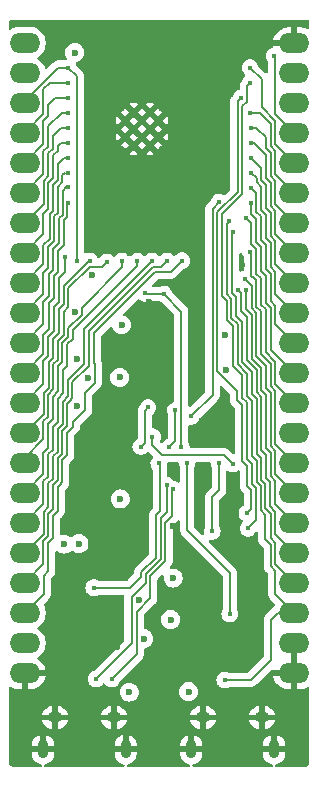
<source format=gbr>
%TF.GenerationSoftware,KiCad,Pcbnew,8.0.4*%
%TF.CreationDate,2024-10-28T15:11:12-07:00*%
%TF.ProjectId,ESP32-S3-DEVKITC-1,45535033-322d-4533-932d-4445564b4954,rev0*%
%TF.SameCoordinates,Original*%
%TF.FileFunction,Copper,L4,Bot*%
%TF.FilePolarity,Positive*%
%FSLAX46Y46*%
G04 Gerber Fmt 4.6, Leading zero omitted, Abs format (unit mm)*
G04 Created by KiCad (PCBNEW 8.0.4) date 2024-10-28 15:11:12*
%MOMM*%
%LPD*%
G01*
G04 APERTURE LIST*
%TA.AperFunction,ComponentPad*%
%ADD10O,2.600000X1.700000*%
%TD*%
%TA.AperFunction,ComponentPad*%
%ADD11O,0.890000X1.550000*%
%TD*%
%TA.AperFunction,ComponentPad*%
%ADD12O,1.250000X0.950000*%
%TD*%
%TA.AperFunction,HeatsinkPad*%
%ADD13C,0.600000*%
%TD*%
%TA.AperFunction,ViaPad*%
%ADD14C,0.600000*%
%TD*%
%TA.AperFunction,ViaPad*%
%ADD15C,0.400000*%
%TD*%
%TA.AperFunction,Conductor*%
%ADD16C,0.200000*%
%TD*%
G04 APERTURE END LIST*
D10*
%TO.P,J1,1,Pin_1*%
%TO.N,ESP_3V3*%
X135089318Y-79497752D03*
%TO.P,J1,2,Pin_2*%
X135089318Y-82037752D03*
%TO.P,J1,3,Pin_3*%
%TO.N,CHIP_PU*%
X135089318Y-84577752D03*
%TO.P,J1,4,Pin_4*%
%TO.N,GPIO4*%
X135089318Y-87117752D03*
%TO.P,J1,5,Pin_5*%
%TO.N,GPIO5*%
X135089318Y-89657752D03*
%TO.P,J1,6,Pin_6*%
%TO.N,GPIO6*%
X135089318Y-92197752D03*
%TO.P,J1,7,Pin_7*%
%TO.N,GPIO7*%
X135089318Y-94737752D03*
%TO.P,J1,8,Pin_8*%
%TO.N,GPIO15*%
X135089318Y-97277752D03*
%TO.P,J1,9,Pin_9*%
%TO.N,GPIO16*%
X135089318Y-99817752D03*
%TO.P,J1,10,Pin_10*%
%TO.N,GPIO17*%
X135089318Y-102357752D03*
%TO.P,J1,11,Pin_11*%
%TO.N,GPIO18*%
X135089318Y-104897752D03*
%TO.P,J1,12,Pin_12*%
%TO.N,GPIO8*%
X135089318Y-107437752D03*
%TO.P,J1,13,Pin_13*%
%TO.N,GPIO3*%
X135089318Y-109977752D03*
%TO.P,J1,14,Pin_14*%
%TO.N,GPIO46*%
X135089318Y-112517752D03*
%TO.P,J1,15,Pin_15*%
%TO.N,GPIO9*%
X135089318Y-115057752D03*
%TO.P,J1,16,Pin_16*%
%TO.N,GPIO10*%
X135089318Y-117597752D03*
%TO.P,J1,17,Pin_17*%
%TO.N,GPIO11*%
X135089318Y-120137752D03*
%TO.P,J1,18,Pin_18*%
%TO.N,GPIO12*%
X135089318Y-122677752D03*
%TO.P,J1,19,Pin_19*%
%TO.N,GPIO13*%
X135089318Y-125217752D03*
%TO.P,J1,20,Pin_20*%
%TO.N,GPIO14*%
X135089318Y-127757752D03*
%TO.P,J1,21,Pin_21*%
%TO.N,VCC_5V*%
X135089318Y-130297752D03*
%TO.P,J1,22,Pin_22*%
%TO.N,GND*%
X135089318Y-132837752D03*
%TD*%
%TO.P,J3,1,Pin_1*%
%TO.N,GND*%
X157930000Y-79510000D03*
%TO.P,J3,2,Pin_2*%
%TO.N,U0TXD*%
X157930000Y-82050000D03*
%TO.P,J3,3,Pin_3*%
%TO.N,U0RXD*%
X157930000Y-84590000D03*
%TO.P,J3,4,Pin_4*%
%TO.N,GPIO1*%
X157930000Y-87130000D03*
%TO.P,J3,5,Pin_5*%
%TO.N,GPIO2*%
X157930000Y-89670000D03*
%TO.P,J3,6,Pin_6*%
%TO.N,GPIO42*%
X157930000Y-92210000D03*
%TO.P,J3,7,Pin_7*%
%TO.N,GPIO41*%
X157930000Y-94750000D03*
%TO.P,J3,8,Pin_8*%
%TO.N,GPIO40*%
X157930000Y-97290000D03*
%TO.P,J3,9,Pin_9*%
%TO.N,GPIO39*%
X157930000Y-99830000D03*
%TO.P,J3,10,Pin_10*%
%TO.N,GPIO38*%
X157930000Y-102370000D03*
%TO.P,J3,11,Pin_11*%
%TO.N,GPIO37*%
X157930000Y-104910000D03*
%TO.P,J3,12,Pin_12*%
%TO.N,GPIO36*%
X157930000Y-107450000D03*
%TO.P,J3,13,Pin_13*%
%TO.N,GPIO35*%
X157930000Y-109990000D03*
%TO.P,J3,14,Pin_14*%
%TO.N,GPIO0*%
X157930000Y-112530000D03*
%TO.P,J3,15,Pin_15*%
%TO.N,GPIO45*%
X157930000Y-115070000D03*
%TO.P,J3,16,Pin_16*%
%TO.N,GPIO48*%
X157930000Y-117610000D03*
%TO.P,J3,17,Pin_17*%
%TO.N,GPIO47*%
X157930000Y-120150000D03*
%TO.P,J3,18,Pin_18*%
%TO.N,GPIO21*%
X157930000Y-122690000D03*
%TO.P,J3,19,Pin_19*%
%TO.N,GPIO20*%
X157930000Y-125230000D03*
%TO.P,J3,20,Pin_20*%
%TO.N,GPIO19*%
X157930000Y-127770000D03*
%TO.P,J3,21,Pin_21*%
%TO.N,GND*%
X157930000Y-130310000D03*
%TO.P,J3,22,Pin_22*%
X157930000Y-132850000D03*
%TD*%
D11*
%TO.P,J2,6,Shield*%
%TO.N,GND*%
X136650000Y-139300000D03*
D12*
X137650000Y-136600000D03*
X142650000Y-136600000D03*
D11*
X143650000Y-139300000D03*
%TD*%
%TO.P,J4,6,Shield*%
%TO.N,GND*%
X149200000Y-139300000D03*
D12*
X150200000Y-136600000D03*
X155200000Y-136600000D03*
D11*
X156200000Y-139300000D03*
%TD*%
D13*
%TO.P,U4,41,GND*%
%TO.N,GND*%
X143616938Y-86060000D03*
X143616938Y-87460000D03*
X144316938Y-85360000D03*
X144316938Y-86760000D03*
X144316938Y-88160000D03*
X145016938Y-86060000D03*
X145016938Y-87460000D03*
X145716938Y-85360000D03*
X145716938Y-86760000D03*
X145716938Y-88160000D03*
X146416938Y-86060000D03*
X146416938Y-87460000D03*
%TD*%
D14*
%TO.N,VCC_3V3*%
X139691387Y-121888701D03*
X139551430Y-106248570D03*
X139551430Y-110241495D03*
X152099994Y-104230092D03*
X143200000Y-118100000D03*
X143300000Y-103359636D03*
%TO.N,GND*%
X141568551Y-130595448D03*
X144745024Y-126651657D03*
X140664454Y-129875356D03*
X142933142Y-130609232D03*
X140339178Y-123584204D03*
X152700000Y-130525676D03*
X142702844Y-112223310D03*
X140200000Y-130600000D03*
X148435543Y-126620378D03*
D15*
X149402750Y-112370563D03*
X140470563Y-95339972D03*
D14*
X140432543Y-107867456D03*
X151317216Y-130521082D03*
X140393754Y-118942355D03*
X152118017Y-107156872D03*
D15*
X150822365Y-116469986D03*
X143959092Y-95365804D03*
X151834773Y-112424098D03*
D14*
X147615354Y-120350000D03*
D15*
X153566758Y-98283887D03*
D14*
X142971747Y-121265640D03*
X139322549Y-102229383D03*
X145592495Y-101416824D03*
D15*
X148777251Y-95411691D03*
D14*
X149952625Y-130541758D03*
D15*
X147980205Y-116090602D03*
X143148336Y-105487492D03*
%TO.N,U0RXD*%
X153909320Y-119291942D03*
X153419431Y-84120000D03*
%TO.N,U0TXD*%
X154204266Y-82850000D03*
X154003791Y-120592733D03*
D14*
%TO.N,VBUS*%
X138457344Y-121922592D03*
X145182943Y-129936970D03*
D15*
%TO.N,USB_DP*%
X142484738Y-133352826D03*
X147615353Y-117238265D03*
%TO.N,USB_DN*%
X147105443Y-116922046D03*
X141133175Y-133345656D03*
%TO.N,RTS*%
X151569194Y-115045497D03*
X150990679Y-120850000D03*
%TO.N,GPIO11*%
X144627330Y-97961927D03*
%TO.N,GPIO14*%
X148403475Y-97925592D03*
%TO.N,GPIO17*%
X138802371Y-90480094D03*
%TO.N,GPIO3*%
X138491578Y-97632930D03*
D14*
%TO.N,ESP_3V3*%
X139336607Y-80304643D03*
X140803160Y-99165402D03*
D15*
%TO.N,GPIO4*%
X138802371Y-82845260D03*
%TO.N,GPIO12*%
X145887440Y-97971561D03*
%TO.N,GPIO5*%
X138802371Y-84143601D03*
%TO.N,GPIO16*%
X138802371Y-89201737D03*
D14*
%TO.N,VCC_5V*%
X148973300Y-134418648D03*
X143951892Y-134455270D03*
X147451214Y-128314326D03*
X147673776Y-124797630D03*
X143139808Y-107812559D03*
D15*
%TO.N,GPIO15*%
X138802371Y-87927014D03*
%TO.N,GPIO9*%
X142056532Y-98034597D03*
%TO.N,GPIO13*%
X147146708Y-97964349D03*
%TO.N,GPIO8*%
X138802371Y-93044075D03*
%TO.N,GPIO7*%
X138802371Y-86662558D03*
%TO.N,GPIO6*%
X138802371Y-85397157D03*
%TO.N,GPIO46*%
X140612245Y-97944741D03*
%TO.N,GPIO18*%
X138802371Y-91723538D03*
%TO.N,CHIP_PU*%
X145273864Y-100684945D03*
X146894786Y-100761081D03*
X138802371Y-81576776D03*
X148854028Y-115020254D03*
X139547393Y-97958293D03*
X148366666Y-113660289D03*
X152450000Y-127850000D03*
%TO.N,GPIO10*%
X143347872Y-97976461D03*
%TO.N,GPIO45*%
X154170932Y-97156291D03*
%TO.N,GPIO0*%
X151563603Y-92963603D03*
X149200000Y-111100000D03*
X140939178Y-125615649D03*
X146450711Y-115097155D03*
%TO.N,GPIO39*%
X154271246Y-89204738D03*
%TO.N,GPIO35*%
X153849762Y-94281518D03*
%TO.N,GPIO42*%
X154200000Y-85390000D03*
%TO.N,GPIO20*%
X152749052Y-95475350D03*
%TO.N,GPIO36*%
X154218009Y-93010000D03*
%TO.N,GPIO47*%
X153811373Y-100386257D03*
%TO.N,GPIO21*%
X153136374Y-100418365D03*
%TO.N,GPIO41*%
X154229067Y-86657291D03*
%TO.N,GPIO1*%
X156227489Y-80595676D03*
%TO.N,GPIO38*%
X154287203Y-90470000D03*
%TO.N,GPIO37*%
X154279936Y-91740000D03*
%TO.N,GPIO40*%
X154272669Y-87931437D03*
%TO.N,GPIO48*%
X153744730Y-99461073D03*
%TO.N,GPIO2*%
X154181988Y-81580000D03*
%TO.N,GPIO19*%
X152386896Y-94600174D03*
X152040126Y-133412480D03*
%TO.N,Net-(Q1-C)*%
X147866666Y-110600000D03*
X147342495Y-113709004D03*
%TO.N,Net-(Q2-B)*%
X145916825Y-112816826D03*
X152709478Y-115125828D03*
%TO.N,Net-(Q2-C)*%
X145543970Y-110351656D03*
X144931121Y-113672669D03*
%TD*%
D16*
%TO.N,U0RXD*%
X153118839Y-84420592D02*
X153118839Y-92115475D01*
X153489336Y-114864735D02*
X153930000Y-115305399D01*
X153419431Y-84120000D02*
X153118839Y-84420592D01*
X153489336Y-110127724D02*
X153489336Y-114864735D01*
X151400000Y-107287384D02*
X153084834Y-108972218D01*
X153930000Y-117004115D02*
X154281160Y-117355275D01*
X153118839Y-92115475D02*
X151400000Y-93834314D01*
X153084834Y-108972218D02*
X153084834Y-109723222D01*
X154281160Y-118920102D02*
X153909320Y-119291942D01*
X154281160Y-117355275D02*
X154281160Y-118920102D01*
X151400000Y-93834314D02*
X151400000Y-107287384D01*
X153930000Y-115305399D02*
X153930000Y-117004115D01*
X153084834Y-109723222D02*
X153489336Y-110127724D01*
%TO.N,U0TXD*%
X151800000Y-100920469D02*
X151800000Y-94000000D01*
X152715956Y-103470311D02*
X152205213Y-102959568D01*
X153518839Y-84855252D02*
X153919431Y-84454660D01*
X153919431Y-84454660D02*
X153919431Y-83134835D01*
X154681160Y-119915364D02*
X154681160Y-117189590D01*
X152205213Y-101325682D02*
X151800000Y-100920469D01*
X153518839Y-92281161D02*
X153518839Y-84855252D01*
X153484834Y-109515607D02*
X153484834Y-107636563D01*
X153889336Y-109920109D02*
X153484834Y-109515607D01*
X154003791Y-120592733D02*
X154681160Y-119915364D01*
X152205213Y-102959568D02*
X152205213Y-101325682D01*
X153919431Y-83134835D02*
X154204266Y-82850000D01*
X154330000Y-115139713D02*
X153889336Y-114699049D01*
X153484834Y-107636563D02*
X152715956Y-106867685D01*
X151800000Y-94000000D02*
X153518839Y-92281161D01*
X153889336Y-114699049D02*
X153889336Y-109920109D01*
X154330000Y-116838430D02*
X154330000Y-115139713D01*
X154681160Y-117189590D02*
X154330000Y-116838430D01*
X152715956Y-106867685D02*
X152715956Y-103470311D01*
%TO.N,USB_DP*%
X147015354Y-123374849D02*
X145733490Y-124656713D01*
X147015354Y-120101471D02*
X147015354Y-123374849D01*
X144582943Y-127662267D02*
X144582943Y-131254621D01*
X147612796Y-117240822D02*
X147612796Y-119504029D01*
X145733490Y-124656713D02*
X145733490Y-126511720D01*
X147615353Y-117238265D02*
X147612796Y-117240822D01*
X144582943Y-131254621D02*
X142484738Y-133352826D01*
X145733490Y-126511720D02*
X144582943Y-127662267D01*
X147612796Y-119504029D02*
X147015354Y-120101471D01*
%TO.N,USB_DN*%
X145333490Y-125179785D02*
X144145024Y-126368251D01*
X146615354Y-119684646D02*
X146615354Y-123209163D01*
X146615354Y-123209163D02*
X145333490Y-124491027D01*
X147105443Y-116922046D02*
X147105443Y-119194557D01*
X145333490Y-124491027D02*
X145333490Y-125179785D01*
X144145024Y-130333807D02*
X141133175Y-133345656D01*
X144145024Y-126368251D02*
X144145024Y-130333807D01*
X147105443Y-119194557D02*
X146615354Y-119684646D01*
%TO.N,RTS*%
X150990679Y-120850000D02*
X150990679Y-117906479D01*
X151558293Y-115056398D02*
X151569194Y-115045497D01*
X151558293Y-117338865D02*
X151558293Y-115056398D01*
X150990679Y-117906479D02*
X151558293Y-117338865D01*
%TO.N,GPIO11*%
X137489318Y-111993009D02*
X137900000Y-111582327D01*
X137900000Y-109597057D02*
X138335899Y-109161158D01*
X137489318Y-113922394D02*
X137489318Y-111993009D01*
X138335899Y-109161158D02*
X138335899Y-107198691D01*
X138335899Y-107198691D02*
X138719178Y-106815412D01*
X139187677Y-103794279D02*
X144627330Y-98354626D01*
X137089318Y-114322394D02*
X137489318Y-113922394D01*
X136689318Y-118537752D02*
X136689318Y-116602728D01*
X144627330Y-98354626D02*
X144627330Y-97961927D01*
X135089318Y-120137752D02*
X136689318Y-118537752D01*
X137900000Y-111582327D02*
X137900000Y-109597057D01*
X138719178Y-106815412D02*
X138719178Y-105017569D01*
X138719178Y-105017569D02*
X139187677Y-104549070D01*
X137089318Y-116202728D02*
X137089318Y-114322394D01*
X136689318Y-116602728D02*
X137089318Y-116202728D01*
X139187677Y-104549070D02*
X139187677Y-103794279D01*
%TO.N,GPIO14*%
X136700000Y-124600000D02*
X136700000Y-126147070D01*
X147457506Y-98871561D02*
X146134801Y-98871561D01*
X137502589Y-121418240D02*
X137268274Y-121652554D01*
X136700000Y-126147070D02*
X135089318Y-127757752D01*
X139200000Y-111979384D02*
X138689318Y-112490066D01*
X137502589Y-119514725D02*
X137502589Y-121418240D01*
X148403475Y-97925592D02*
X147457506Y-98871561D01*
X146134801Y-98871561D02*
X140951430Y-104054932D01*
X138289317Y-116699786D02*
X138055002Y-116934100D01*
X138289318Y-114819450D02*
X138289318Y-116510682D01*
X140200000Y-110600000D02*
X139200000Y-111600000D01*
X140951430Y-106600000D02*
X141032543Y-106681113D01*
X137889318Y-117099784D02*
X137889318Y-119127996D01*
X137268274Y-121652554D02*
X137089318Y-121831510D01*
X137089318Y-121831510D02*
X137089318Y-124210682D01*
X138055002Y-116934100D02*
X137889318Y-117099784D01*
X137889318Y-119127996D02*
X137502589Y-119514725D01*
X137089318Y-124210682D02*
X136700000Y-124600000D01*
X141032543Y-108267457D02*
X140200000Y-109100000D01*
X140200000Y-109100000D02*
X140200000Y-110600000D01*
X140951430Y-104054932D02*
X140951430Y-106600000D01*
X138689318Y-114419450D02*
X138289318Y-114819450D01*
X139200000Y-111600000D02*
X139200000Y-111979384D01*
X138289318Y-116510682D02*
X138289317Y-116699786D01*
X138689318Y-112490066D02*
X138689318Y-114419450D01*
X141032543Y-106681113D02*
X141032543Y-108267457D01*
%TO.N,GPIO17*%
X137102008Y-96786900D02*
X137102008Y-98569433D01*
X138290521Y-91282206D02*
X137900000Y-91672727D01*
X138509352Y-90480094D02*
X138290521Y-90698925D01*
X137602605Y-94158386D02*
X137602605Y-96286303D01*
X137900000Y-93860991D02*
X137602605Y-94158386D01*
X137900000Y-91672727D02*
X137900000Y-93860991D01*
X137102008Y-98569433D02*
X136689318Y-98982123D01*
X136689318Y-100757752D02*
X135089318Y-102357752D01*
X136689318Y-98982123D02*
X136689318Y-100757752D01*
X138290521Y-90698925D02*
X138290521Y-91282206D01*
X137602605Y-96286303D02*
X137102008Y-96786900D01*
%TO.N,GPIO3*%
X137995733Y-99372766D02*
X137995733Y-101421327D01*
X136689318Y-108377752D02*
X135089318Y-109977752D01*
X137587677Y-103851466D02*
X137089318Y-104349825D01*
X137089318Y-104349825D02*
X137089318Y-106003438D01*
X137995733Y-101421327D02*
X137587677Y-101829383D01*
X137089318Y-106003438D02*
X136689318Y-106403438D01*
X136689318Y-106403438D02*
X136689318Y-108377752D01*
X137587677Y-101829383D02*
X137587677Y-103851466D01*
X138491578Y-97632930D02*
X138491578Y-98876921D01*
X138491578Y-98876921D02*
X137995733Y-99372766D01*
%TO.N,GPIO4*%
X138802371Y-82845260D02*
X137246731Y-82845260D01*
X136689318Y-85517752D02*
X135089318Y-87117752D01*
X136689318Y-83402673D02*
X136689318Y-85517752D01*
X137246731Y-82845260D02*
X136689318Y-83402673D01*
%TO.N,GPIO12*%
X140151430Y-106648570D02*
X140151430Y-103707571D01*
X136702589Y-121064481D02*
X136702589Y-119183354D01*
X137889318Y-112158695D02*
X138300000Y-111748013D01*
X138300000Y-111748013D02*
X138300000Y-109856269D01*
X137489318Y-114488080D02*
X137889318Y-114088080D01*
X140151430Y-103707571D02*
X145887440Y-97971561D01*
X138735899Y-109420370D02*
X138735899Y-108064101D01*
X137089318Y-118796625D02*
X137089318Y-116768414D01*
X137889318Y-114088080D02*
X137889318Y-112158695D01*
X136702589Y-119183354D02*
X137089318Y-118796625D01*
X137089318Y-116768414D02*
X137489318Y-116368414D01*
X137489318Y-116368414D02*
X137489318Y-114488080D01*
X135089318Y-122677752D02*
X136702589Y-121064481D01*
X138735899Y-108064101D02*
X140151430Y-106648570D01*
X138300000Y-109856269D02*
X138735899Y-109420370D01*
%TO.N,GPIO5*%
X136689318Y-86083438D02*
X136689318Y-88057752D01*
X136689318Y-88057752D02*
X135089318Y-89657752D01*
X137689099Y-84143601D02*
X137089318Y-84743382D01*
X137089318Y-84743382D02*
X137089318Y-85683438D01*
X137689099Y-84143601D02*
X138802371Y-84143601D01*
X137089318Y-85683438D02*
X136689318Y-86083438D01*
%TO.N,GPIO16*%
X137890521Y-91116520D02*
X137500000Y-91507041D01*
X138415083Y-89201737D02*
X137890521Y-89726299D01*
X137500000Y-91507041D02*
X137500000Y-93695305D01*
X137890521Y-89726299D02*
X137890521Y-91116520D01*
X137202605Y-93992700D02*
X137202605Y-96120617D01*
X137500000Y-93695305D02*
X137202605Y-93992700D01*
X136689318Y-96633904D02*
X136689318Y-98217752D01*
X137202605Y-96120617D02*
X136689318Y-96633904D01*
X138415083Y-89201737D02*
X138802371Y-89201737D01*
X136689318Y-98217752D02*
X135089318Y-99817752D01*
%TO.N,GPIO15*%
X137889318Y-88597977D02*
X137490521Y-88996774D01*
X136689318Y-93940301D02*
X136689318Y-95677752D01*
X137490521Y-88996774D02*
X137490521Y-90950835D01*
X137889318Y-88194800D02*
X137889318Y-88597977D01*
X137100000Y-93529619D02*
X136689318Y-93940301D01*
X136689318Y-95677752D02*
X135089318Y-97277752D01*
X137100000Y-91341356D02*
X137100000Y-93529619D01*
X137490521Y-90950835D02*
X137100000Y-91341356D01*
X138157104Y-87927014D02*
X137889318Y-88194800D01*
X138157104Y-87927014D02*
X138802371Y-87927014D01*
%TO.N,GPIO9*%
X137100000Y-109265685D02*
X137100000Y-111124162D01*
X137889318Y-104716057D02*
X137889318Y-106334810D01*
X135089318Y-114594098D02*
X135089318Y-115057752D01*
X137535899Y-108829786D02*
X137100000Y-109265685D01*
X137889318Y-106334810D02*
X137535899Y-106688229D01*
X136689318Y-111534844D02*
X136689318Y-112994098D01*
X137100000Y-111124162D02*
X136689318Y-111534844D01*
X138387677Y-104217698D02*
X137889318Y-104716057D01*
X136689318Y-112994098D02*
X135089318Y-114594098D01*
X138387677Y-102253084D02*
X138387677Y-104217698D01*
X138795733Y-100264739D02*
X138795733Y-101845028D01*
X138795733Y-101845028D02*
X138387677Y-102253084D01*
X142056532Y-98034597D02*
X141631414Y-98459715D01*
X141631414Y-98459715D02*
X140600757Y-98459715D01*
X140600757Y-98459715D02*
X138795733Y-100264739D01*
X137535899Y-106688229D02*
X137535899Y-108829786D01*
%TO.N,GPIO13*%
X138465685Y-112148013D02*
X138289318Y-112324380D01*
X145969115Y-98471561D02*
X140551430Y-103889246D01*
X137655003Y-116768414D02*
X137489318Y-116934099D01*
X138289318Y-112324380D02*
X138289318Y-114253766D01*
X137489318Y-116934099D02*
X137489318Y-118962311D01*
X137102589Y-119349039D02*
X137102589Y-121252554D01*
X138700000Y-111913699D02*
X138465685Y-112148013D01*
X137102589Y-121252554D02*
X136665893Y-121689250D01*
X136689318Y-123617752D02*
X135089318Y-125217752D01*
X136689318Y-121712675D02*
X136689318Y-123617752D01*
X137889318Y-116534100D02*
X137655003Y-116768414D01*
X140551430Y-103889246D02*
X140551430Y-106814255D01*
X138901584Y-109820370D02*
X138700000Y-110021954D01*
X147146708Y-97964349D02*
X146639496Y-98471561D01*
X137889318Y-114653765D02*
X137889318Y-116534100D01*
X138289318Y-114253766D02*
X138055003Y-114488080D01*
X139135899Y-109586056D02*
X138901584Y-109820370D01*
X138055003Y-114488080D02*
X137889318Y-114653765D01*
X138700000Y-110021954D02*
X138700000Y-111913699D01*
X139135899Y-108229786D02*
X139135899Y-109586056D01*
X136665893Y-121689250D02*
X136689318Y-121712675D01*
X137489318Y-118962311D02*
X137255003Y-119196625D01*
X140551430Y-106814255D02*
X139135899Y-108229786D01*
X137255003Y-119196625D02*
X137102589Y-119349039D01*
X146639496Y-98471561D02*
X145969115Y-98471561D01*
%TO.N,GPIO8*%
X137902008Y-97118272D02*
X137902008Y-98900805D01*
X138402605Y-96617675D02*
X137902008Y-97118272D01*
X137187677Y-103685780D02*
X136689318Y-104184139D01*
X137187677Y-101504077D02*
X137187677Y-103685780D01*
X137595733Y-101096021D02*
X137187677Y-101504077D01*
X137595733Y-99207080D02*
X137595733Y-101096021D01*
X138700000Y-94192363D02*
X138402605Y-94489758D01*
X138802371Y-93044075D02*
X138700000Y-93146446D01*
X136689318Y-105837752D02*
X135089318Y-107437752D01*
X137902008Y-98900805D02*
X137595733Y-99207080D01*
X138402605Y-94489758D02*
X138402605Y-96617675D01*
X136689318Y-104184139D02*
X136689318Y-105837752D01*
X138700000Y-93146446D02*
X138700000Y-94192363D01*
%TO.N,GPIO7*%
X137090521Y-90785149D02*
X136700000Y-91175670D01*
X137489318Y-88432291D02*
X137090521Y-88831088D01*
X138201421Y-86662558D02*
X138802371Y-86662558D01*
X137090521Y-88831088D02*
X137090521Y-90785149D01*
X137489318Y-87374661D02*
X137489318Y-88432291D01*
X136700000Y-93127070D02*
X135089318Y-94737752D01*
X138201421Y-86662558D02*
X137489318Y-87374661D01*
X136700000Y-91175670D02*
X136700000Y-93127070D01*
%TO.N,GPIO6*%
X136690521Y-90596549D02*
X135089318Y-92197752D01*
X138225589Y-85397157D02*
X138802371Y-85397157D01*
X137089318Y-86533428D02*
X137089318Y-88266605D01*
X138225589Y-85397157D02*
X137089318Y-86533428D01*
X137089318Y-88266605D02*
X136690521Y-88665402D01*
X136690521Y-88665402D02*
X136690521Y-90596549D01*
%TO.N,GPIO46*%
X140612245Y-97944741D02*
X140550045Y-97944741D01*
X140550045Y-97944741D02*
X138395733Y-100099053D01*
X137489318Y-106169124D02*
X137135899Y-106522543D01*
X137135899Y-106522543D02*
X137135899Y-108664101D01*
X136700000Y-110907070D02*
X135089318Y-112517752D01*
X136700000Y-109100000D02*
X136700000Y-110907070D01*
X137135899Y-108664101D02*
X136700000Y-109100000D01*
X137489318Y-104550372D02*
X137489318Y-106169124D01*
X137987677Y-104052013D02*
X137489318Y-104550372D01*
X138395733Y-101587013D02*
X137987677Y-101995069D01*
X138395733Y-100099053D02*
X138395733Y-101587013D01*
X137987677Y-101995069D02*
X137987677Y-104052013D01*
%TO.N,GPIO18*%
X137502008Y-98735119D02*
X137195733Y-99041394D01*
X138300000Y-94026677D02*
X138002605Y-94324072D01*
X136689318Y-103297752D02*
X135089318Y-104897752D01*
X138300000Y-92056711D02*
X138300000Y-94026677D01*
X138633173Y-91723538D02*
X138300000Y-92056711D01*
X138002605Y-96451989D02*
X137502008Y-96952586D01*
X136689318Y-101436750D02*
X136689318Y-103297752D01*
X137195733Y-100930335D02*
X136689318Y-101436750D01*
X137502008Y-96952586D02*
X137502008Y-98735119D01*
X138002605Y-94324072D02*
X138002605Y-96451989D01*
X137195733Y-99041394D02*
X137195733Y-100930335D01*
%TO.N,CHIP_PU*%
X137949529Y-81576776D02*
X135089318Y-84436987D01*
X139547393Y-82321798D02*
X138802371Y-81576776D01*
X146894786Y-100761081D02*
X148366666Y-102232961D01*
X138802371Y-81576776D02*
X137949529Y-81576776D01*
X148366666Y-102232961D02*
X148366666Y-113660289D01*
X148854028Y-120740145D02*
X152450000Y-124336117D01*
X145273864Y-100684945D02*
X145350000Y-100761081D01*
X135089318Y-84436987D02*
X135089318Y-84577752D01*
X139547393Y-97958293D02*
X139547393Y-82321798D01*
X152450000Y-124336117D02*
X152450000Y-127850000D01*
X145350000Y-100761081D02*
X146894786Y-100761081D01*
X148854028Y-115020254D02*
X148854028Y-120740145D01*
%TO.N,GPIO10*%
X137935899Y-106853915D02*
X137935899Y-108995472D01*
X137500000Y-109431371D02*
X137500000Y-111331040D01*
X137935899Y-108995472D02*
X137500000Y-109431371D01*
X138787677Y-103628594D02*
X138787677Y-104383384D01*
X138289318Y-104881743D02*
X138289318Y-106500496D01*
X137089318Y-111741722D02*
X137089318Y-113752861D01*
X137500000Y-111331040D02*
X137089318Y-111741722D01*
X138289318Y-106500496D02*
X137935899Y-106853915D01*
X137089318Y-113752861D02*
X136660426Y-114181753D01*
X136660426Y-114181753D02*
X136689318Y-114210645D01*
X139922549Y-101894338D02*
X139922549Y-102493722D01*
X143347872Y-97976461D02*
X143347872Y-98469015D01*
X138787677Y-104383384D02*
X138289318Y-104881743D01*
X136689318Y-115997752D02*
X135089318Y-117597752D01*
X136689318Y-114210645D02*
X136689318Y-115997752D01*
X143347872Y-98469015D02*
X139922549Y-101894338D01*
X139922549Y-102493722D02*
X138787677Y-103628594D01*
%TO.N,GPIO45*%
X155120142Y-105844605D02*
X155354457Y-106078919D01*
X155354457Y-106078919D02*
X155930000Y-106654462D01*
X154300000Y-99187255D02*
X154534315Y-99421569D01*
X155930000Y-108555686D02*
X156330000Y-108955686D01*
X155930000Y-106654462D02*
X155930000Y-108555686D01*
X154300000Y-97285359D02*
X154300000Y-99187255D01*
X154711373Y-99598627D02*
X154711373Y-101808430D01*
X156330000Y-113470000D02*
X157930000Y-115070000D01*
X156330000Y-108955686D02*
X156330000Y-113470000D01*
X154170932Y-97156291D02*
X154300000Y-97285359D01*
X154711373Y-101808430D02*
X155120142Y-102217199D01*
X154534315Y-99421569D02*
X154711373Y-99598627D01*
X155120142Y-102217199D02*
X155120142Y-105844605D01*
%TO.N,GPIO0*%
X151000000Y-93527206D02*
X151000000Y-109300000D01*
X146537914Y-115184358D02*
X146450711Y-115097155D01*
X146194788Y-119487205D02*
X146537914Y-119144079D01*
X144933490Y-124325341D02*
X146194788Y-123064043D01*
X144933490Y-124702057D02*
X144933490Y-124325341D01*
X146194788Y-123064043D02*
X146194788Y-119487205D01*
X151563603Y-92963603D02*
X151000000Y-93527206D01*
X140939178Y-125615649D02*
X144019898Y-125615649D01*
X151000000Y-109300000D02*
X149200000Y-111100000D01*
X146537914Y-119144079D02*
X146537914Y-115184358D01*
X144019898Y-125615649D02*
X144933490Y-124702057D01*
%TO.N,GPIO39*%
X155518009Y-91495066D02*
X155518009Y-93469381D01*
X155518009Y-93469381D02*
X155911849Y-93863221D01*
X156330000Y-96255686D02*
X156330000Y-98230000D01*
X155130000Y-91107057D02*
X155518009Y-91495066D01*
X154271246Y-89204738D02*
X155130000Y-90063492D01*
X155911849Y-95837535D02*
X156330000Y-96255686D01*
X155130000Y-90063492D02*
X155130000Y-91107057D01*
X156330000Y-98230000D02*
X157930000Y-99830000D01*
X155911849Y-93863221D02*
X155911849Y-95837535D01*
%TO.N,GPIO35*%
X154299525Y-96529475D02*
X154700000Y-96929950D01*
X154299525Y-94731281D02*
X154299525Y-96529475D01*
X154700000Y-99021569D02*
X155111373Y-99432942D01*
X156330000Y-106488777D02*
X156330000Y-108390000D01*
X155111373Y-101642745D02*
X155520142Y-102051514D01*
X156330000Y-108390000D02*
X157930000Y-109990000D01*
X155520142Y-102051514D02*
X155520142Y-105678919D01*
X154700000Y-96929950D02*
X154700000Y-99021569D01*
X155520142Y-105678919D02*
X156330000Y-106488777D01*
X155111373Y-99432942D02*
X155111373Y-101642745D01*
X153849762Y-94281518D02*
X154299525Y-94731281D01*
%TO.N,GPIO42*%
X155930000Y-88235686D02*
X156330000Y-88635686D01*
X156330000Y-88635686D02*
X156330000Y-90610000D01*
X155930000Y-86320045D02*
X155930000Y-88235686D01*
X156330000Y-90610000D02*
X157930000Y-92210000D01*
X154200000Y-85390000D02*
X154999955Y-85390000D01*
X154999955Y-85390000D02*
X155930000Y-86320045D01*
%TO.N,GPIO20*%
X152749052Y-95475350D02*
X152660426Y-95563976D01*
X153520142Y-106540499D02*
X154321327Y-107341684D01*
X154321327Y-109220728D02*
X154730000Y-109629401D01*
X153005213Y-100994311D02*
X153005213Y-102628196D01*
X152660426Y-95563976D02*
X152660426Y-100187206D01*
X154730000Y-114273930D02*
X155130000Y-114673930D01*
X153005213Y-102628196D02*
X153520142Y-103143125D01*
X155481160Y-118897794D02*
X155919431Y-119336065D01*
X155130000Y-114673930D02*
X155130000Y-116507058D01*
X152636374Y-100625472D02*
X153005213Y-100994311D01*
X155919431Y-121404506D02*
X156328200Y-121813275D01*
X155919431Y-119336065D02*
X155919431Y-121404506D01*
X152636374Y-100211258D02*
X152636374Y-100625472D01*
X155130000Y-116507058D02*
X155481160Y-116858218D01*
X156328200Y-121813275D02*
X156328200Y-123628200D01*
X156328200Y-123628200D02*
X157930000Y-125230000D01*
X152660426Y-100187206D02*
X152636374Y-100211258D01*
X153520142Y-103143125D02*
X153520142Y-106540499D01*
X155481160Y-116858218D02*
X155481160Y-118897794D01*
X154321327Y-107341684D02*
X154321327Y-109220728D01*
X154730000Y-109629401D02*
X154730000Y-114273930D01*
%TO.N,GPIO36*%
X155930000Y-101895686D02*
X155930000Y-105450000D01*
X155930000Y-105450000D02*
X157930000Y-107450000D01*
X154218009Y-93942658D02*
X154699525Y-94424174D01*
X155530000Y-101495686D02*
X155930000Y-101895686D01*
X155130000Y-98796445D02*
X155530000Y-99196445D01*
X155530000Y-99196445D02*
X155530000Y-101495686D01*
X154218009Y-93010000D02*
X154218009Y-93942658D01*
X154699525Y-96363789D02*
X155130000Y-96794264D01*
X154699525Y-94424174D02*
X154699525Y-96363789D01*
X155130000Y-96794264D02*
X155130000Y-98796445D01*
%TO.N,GPIO47*%
X156313649Y-118533650D02*
X156313649Y-116559335D01*
X155930000Y-114201372D02*
X155530000Y-113801372D01*
X155530000Y-109298029D02*
X155130000Y-108898029D01*
X155130000Y-108898029D02*
X155130000Y-107018985D01*
X154320142Y-106209127D02*
X154320142Y-102548571D01*
X155130000Y-107018985D02*
X154320142Y-106209127D01*
X156313649Y-116559335D02*
X155930000Y-116175686D01*
X155530000Y-113801372D02*
X155530000Y-109298029D01*
X154320142Y-102548571D02*
X153811373Y-102039802D01*
X156384408Y-118604409D02*
X156313649Y-118533650D01*
X153811373Y-102039802D02*
X153811373Y-100386257D01*
X155930000Y-116175686D02*
X155930000Y-114201372D01*
X157930000Y-120150000D02*
X156384408Y-118604409D01*
%TO.N,GPIO21*%
X155530000Y-116341372D02*
X155881160Y-116692532D01*
X153920142Y-106374813D02*
X154730000Y-107184671D01*
X156330000Y-119397329D02*
X156330000Y-121090000D01*
X153411373Y-102205488D02*
X153920142Y-102714257D01*
X156330805Y-119181753D02*
X156330805Y-119396524D01*
X153411373Y-100693364D02*
X153411373Y-102205488D01*
X155130000Y-109463715D02*
X155130000Y-113967058D01*
X153136374Y-100418365D02*
X153411373Y-100693364D01*
X154730000Y-109063715D02*
X155130000Y-109463715D01*
X155530000Y-114367058D02*
X155530000Y-116341372D01*
X155881160Y-118732108D02*
X156330805Y-119181753D01*
X153920142Y-102714257D02*
X153920142Y-106374813D01*
X155130000Y-113967058D02*
X155530000Y-114367058D01*
X156330000Y-121090000D02*
X157930000Y-122690000D01*
X156330805Y-119396524D02*
X156330000Y-119397329D01*
X154730000Y-107184671D02*
X154730000Y-109063715D01*
X155881160Y-116692532D02*
X155881160Y-118732108D01*
%TO.N,GPIO41*%
X154229067Y-86657291D02*
X154723801Y-86657291D01*
X156330000Y-93150000D02*
X157930000Y-94750000D01*
X155930000Y-90775686D02*
X156330000Y-91175686D01*
X155530000Y-88401372D02*
X155930000Y-88801372D01*
X155530000Y-87463490D02*
X155530000Y-88401372D01*
X155930000Y-88801372D02*
X155930000Y-90775686D01*
X154723801Y-86657291D02*
X155530000Y-87463490D01*
X156330000Y-91175686D02*
X156330000Y-93150000D01*
%TO.N,GPIO1*%
X156294470Y-80662657D02*
X156294470Y-85494470D01*
X156227489Y-80595676D02*
X156294470Y-80662657D01*
X156294470Y-85494470D02*
X157930000Y-87130000D01*
%TO.N,GPIO38*%
X155511849Y-96003221D02*
X155930000Y-96421372D01*
X155930000Y-96421372D02*
X155930000Y-98465073D01*
X154730000Y-91272743D02*
X155118009Y-91660752D01*
X155511849Y-94028907D02*
X155511849Y-96003221D01*
X154730000Y-90912797D02*
X154730000Y-91272743D01*
X154287203Y-90470000D02*
X154730000Y-90912797D01*
X155930000Y-98465073D02*
X156330000Y-98865073D01*
X155118009Y-93635067D02*
X155511849Y-94028907D01*
X155118009Y-91660752D02*
X155118009Y-93635067D01*
X156330000Y-98865073D02*
X156330000Y-100770000D01*
X156330000Y-100770000D02*
X157930000Y-102370000D01*
%TO.N,GPIO37*%
X154279936Y-91740000D02*
X154718009Y-92178073D01*
X154718009Y-93800753D02*
X155099525Y-94182269D01*
X155530000Y-96628578D02*
X155530000Y-98630759D01*
X155530000Y-98630759D02*
X155930000Y-99030759D01*
X156330000Y-101730000D02*
X156330000Y-103310000D01*
X155930000Y-99030759D02*
X155930000Y-101330000D01*
X154718009Y-92178073D02*
X154718009Y-93800753D01*
X155099525Y-96198103D02*
X155530000Y-96628578D01*
X155930000Y-101330000D02*
X156330000Y-101730000D01*
X155099525Y-94182269D02*
X155099525Y-96198103D01*
X156330000Y-103310000D02*
X157930000Y-104910000D01*
%TO.N,GPIO40*%
X155918009Y-91329381D02*
X155918009Y-93303695D01*
X156311849Y-93697535D02*
X156311849Y-95671849D01*
X155918009Y-93303695D02*
X156311849Y-93697535D01*
X154272669Y-87931437D02*
X154494380Y-87931437D01*
X155530000Y-88967057D02*
X155530000Y-90941372D01*
X154494380Y-87931437D02*
X155530000Y-88967057D01*
X156311849Y-95671849D02*
X157930000Y-97290000D01*
X155530000Y-90941372D02*
X155918009Y-91329381D01*
%TO.N,GPIO48*%
X154311373Y-101974116D02*
X154720142Y-102382885D01*
X154720142Y-102382885D02*
X154720142Y-106010290D01*
X155930000Y-113635686D02*
X156330000Y-114035686D01*
X155530000Y-108732343D02*
X155930000Y-109132343D01*
X154311373Y-100027716D02*
X154311373Y-101974116D01*
X156330000Y-116010000D02*
X157930000Y-117610000D01*
X156330000Y-114035686D02*
X156330000Y-116010000D01*
X153744730Y-99461073D02*
X154311373Y-100027716D01*
X155930000Y-109132343D02*
X155930000Y-113635686D01*
X155530000Y-106820148D02*
X155530000Y-108732343D01*
X154720142Y-106010290D02*
X155530000Y-106820148D01*
%TO.N,GPIO2*%
X155171565Y-82569577D02*
X155171565Y-84937251D01*
X156330000Y-88070000D02*
X157930000Y-89670000D01*
X156330000Y-86095686D02*
X156330000Y-88070000D01*
X155171565Y-84937251D02*
X156330000Y-86095686D01*
X154181988Y-81580000D02*
X155171565Y-82569577D01*
%TO.N,GPIO19*%
X155928200Y-121998341D02*
X155928200Y-123793886D01*
X154254107Y-133412480D02*
X155933176Y-131733411D01*
X152605213Y-102793882D02*
X153120142Y-103308811D01*
X153120142Y-103308811D02*
X153120142Y-106706185D01*
X156528338Y-127770000D02*
X157930000Y-127770000D01*
X154730000Y-116672744D02*
X155081160Y-117023904D01*
X155461611Y-121531752D02*
X155928200Y-121998341D01*
X152386896Y-94600174D02*
X152200000Y-94787070D01*
X155933176Y-131733411D02*
X155933176Y-128365162D01*
X154302610Y-114497390D02*
X154730000Y-114924781D01*
X153921327Y-107507370D02*
X153921327Y-109386414D01*
X155933176Y-128365162D02*
X156528338Y-127770000D01*
X152200000Y-94787070D02*
X152200000Y-100754783D01*
X155461611Y-119443931D02*
X155461611Y-121531752D01*
X153921327Y-109386414D02*
X154330000Y-109795087D01*
X155081160Y-119063480D02*
X155461611Y-119443931D01*
X155928200Y-123793886D02*
X156330000Y-124195686D01*
X154730000Y-114924781D02*
X154730000Y-116672744D01*
X154330000Y-109795087D02*
X154330000Y-114470000D01*
X156330000Y-124195686D02*
X156330000Y-126170000D01*
X155081160Y-117023904D02*
X155081160Y-119063480D01*
X152605213Y-101159996D02*
X152605213Y-102793882D01*
X152200000Y-100754783D02*
X152605213Y-101159996D01*
X152040126Y-133412480D02*
X154254107Y-133412480D01*
X154330000Y-114470000D02*
X154302610Y-114497390D01*
X153120142Y-106706185D02*
X153921327Y-107507370D01*
X156330000Y-126170000D02*
X157930000Y-127770000D01*
%TO.N,Net-(Q1-C)*%
X147866666Y-113184833D02*
X147866666Y-110600000D01*
X147342495Y-113709004D02*
X147866666Y-113184833D01*
%TO.N,Net-(Q2-B)*%
X152709478Y-115125828D02*
X151944550Y-114360900D01*
X146713034Y-114360900D02*
X145916825Y-113564691D01*
X151944550Y-114360900D02*
X146713034Y-114360900D01*
X145916825Y-113564691D02*
X145916825Y-112816826D01*
%TO.N,Net-(Q2-C)*%
X145543970Y-110351656D02*
X145272669Y-110622957D01*
X145272669Y-110622957D02*
X145272669Y-113331121D01*
X145272669Y-113331121D02*
X144931121Y-113672669D01*
%TD*%
%TA.AperFunction,Conductor*%
%TO.N,GND*%
G36*
X144771380Y-101186730D02*
G01*
X144810269Y-101210094D01*
X144873012Y-101265679D01*
X145023639Y-101344735D01*
X145188808Y-101385445D01*
X145358920Y-101385445D01*
X145441123Y-101365184D01*
X145470798Y-101361581D01*
X146501032Y-101361581D01*
X146558658Y-101375785D01*
X146644561Y-101420871D01*
X146691657Y-101432478D01*
X146749664Y-101465194D01*
X147729847Y-102445377D01*
X147763332Y-102506700D01*
X147766166Y-102533058D01*
X147766166Y-109806158D01*
X147746481Y-109873197D01*
X147693677Y-109918952D01*
X147671841Y-109926555D01*
X147616439Y-109940210D01*
X147465816Y-110019263D01*
X147338482Y-110132072D01*
X147241848Y-110272068D01*
X147181526Y-110431125D01*
X147181525Y-110431130D01*
X147161021Y-110600000D01*
X147181525Y-110768869D01*
X147181526Y-110768874D01*
X147205385Y-110831784D01*
X147241848Y-110927930D01*
X147244215Y-110931360D01*
X147245175Y-110934269D01*
X147245334Y-110934572D01*
X147245283Y-110934598D01*
X147266099Y-110997713D01*
X147266166Y-111001800D01*
X147266166Y-112884735D01*
X147246481Y-112951774D01*
X147229850Y-112972412D01*
X147197372Y-113004891D01*
X147139368Y-113037605D01*
X147092267Y-113049214D01*
X146941645Y-113128267D01*
X146814313Y-113241074D01*
X146814312Y-113241075D01*
X146751303Y-113332359D01*
X146746973Y-113338632D01*
X146692689Y-113382622D01*
X146623241Y-113390281D01*
X146560676Y-113359177D01*
X146557242Y-113355872D01*
X146553644Y-113352274D01*
X146520159Y-113290951D01*
X146517325Y-113264593D01*
X146517325Y-113218626D01*
X146537010Y-113151587D01*
X146539254Y-113148215D01*
X146541643Y-113144756D01*
X146601965Y-112985698D01*
X146622470Y-112816826D01*
X146601965Y-112647954D01*
X146541643Y-112488896D01*
X146528674Y-112470108D01*
X146488196Y-112411465D01*
X146445008Y-112348897D01*
X146317677Y-112236092D01*
X146317674Y-112236089D01*
X146167051Y-112157036D01*
X146001881Y-112116326D01*
X145997169Y-112116326D01*
X145930130Y-112096641D01*
X145884375Y-112043837D01*
X145873169Y-111992326D01*
X145873169Y-111044957D01*
X145892854Y-110977918D01*
X145939544Y-110935160D01*
X145944822Y-110932390D01*
X146072153Y-110819585D01*
X146168788Y-110679586D01*
X146229110Y-110520528D01*
X146249615Y-110351656D01*
X146229110Y-110182784D01*
X146168788Y-110023726D01*
X146165709Y-110019266D01*
X146121353Y-109955005D01*
X146072153Y-109883727D01*
X145944822Y-109770922D01*
X145944819Y-109770919D01*
X145794196Y-109691866D01*
X145629026Y-109651156D01*
X145458914Y-109651156D01*
X145293743Y-109691866D01*
X145143120Y-109770919D01*
X145015786Y-109883728D01*
X144919152Y-110023724D01*
X144919152Y-110023725D01*
X144865351Y-110165587D01*
X144837092Y-110209296D01*
X144792148Y-110254241D01*
X144744491Y-110336787D01*
X144744491Y-110336788D01*
X144713092Y-110391171D01*
X144713092Y-110391172D01*
X144672168Y-110543900D01*
X144672168Y-110543902D01*
X144672168Y-110712003D01*
X144672169Y-110712016D01*
X144672169Y-112942498D01*
X144652484Y-113009537D01*
X144605796Y-113052294D01*
X144530272Y-113091932D01*
X144530271Y-113091933D01*
X144402937Y-113204741D01*
X144306303Y-113344737D01*
X144245981Y-113503794D01*
X144245980Y-113503799D01*
X144225476Y-113672669D01*
X144245980Y-113841538D01*
X144245981Y-113841543D01*
X144306303Y-114000600D01*
X144337097Y-114045212D01*
X144402938Y-114140598D01*
X144496660Y-114223628D01*
X144530271Y-114253405D01*
X144680894Y-114332458D01*
X144680896Y-114332459D01*
X144846065Y-114373169D01*
X145016177Y-114373169D01*
X145181346Y-114332459D01*
X145260813Y-114290750D01*
X145331970Y-114253405D01*
X145331971Y-114253403D01*
X145331973Y-114253403D01*
X145459304Y-114140598D01*
X145459304Y-114140596D01*
X145464918Y-114135624D01*
X145465983Y-114136826D01*
X145517643Y-114104409D01*
X145587509Y-114105163D01*
X145638974Y-114136075D01*
X145940520Y-114437622D01*
X145974005Y-114498945D01*
X145969021Y-114568637D01*
X145935068Y-114618116D01*
X145922530Y-114629223D01*
X145922526Y-114629228D01*
X145825893Y-114769223D01*
X145765571Y-114928280D01*
X145765570Y-114928285D01*
X145745066Y-115097155D01*
X145765570Y-115266024D01*
X145765571Y-115266029D01*
X145825893Y-115425086D01*
X145825894Y-115425088D01*
X145915463Y-115554848D01*
X145937347Y-115621203D01*
X145937414Y-115625289D01*
X145937414Y-118843981D01*
X145917729Y-118911020D01*
X145901095Y-118931662D01*
X145714269Y-119118487D01*
X145714267Y-119118489D01*
X145691050Y-119158703D01*
X145681237Y-119175701D01*
X145635211Y-119255420D01*
X145594287Y-119408148D01*
X145594287Y-119408150D01*
X145594287Y-119576251D01*
X145594288Y-119576264D01*
X145594288Y-122763945D01*
X145574603Y-122830984D01*
X145557969Y-122851626D01*
X144452971Y-123956623D01*
X144452965Y-123956631D01*
X144413107Y-124025669D01*
X144413107Y-124025670D01*
X144373913Y-124093556D01*
X144332989Y-124246284D01*
X144332989Y-124246286D01*
X144332989Y-124401961D01*
X144313304Y-124469000D01*
X144296670Y-124489642D01*
X143807482Y-124978830D01*
X143746159Y-125012315D01*
X143719801Y-125015149D01*
X141332932Y-125015149D01*
X141275306Y-125000945D01*
X141229453Y-124976879D01*
X141189402Y-124955858D01*
X141024234Y-124915149D01*
X140854122Y-124915149D01*
X140688951Y-124955859D01*
X140538328Y-125034912D01*
X140410994Y-125147721D01*
X140314360Y-125287717D01*
X140254038Y-125446774D01*
X140254037Y-125446779D01*
X140233533Y-125615649D01*
X140254037Y-125784518D01*
X140254038Y-125784523D01*
X140314360Y-125943580D01*
X140376653Y-126033826D01*
X140410995Y-126083578D01*
X140516683Y-126177209D01*
X140538328Y-126196385D01*
X140665224Y-126262985D01*
X140688953Y-126275439D01*
X140854122Y-126316149D01*
X141024234Y-126316149D01*
X141189403Y-126275439D01*
X141275306Y-126230352D01*
X141332932Y-126216149D01*
X143420523Y-126216149D01*
X143487562Y-126235834D01*
X143533317Y-126288638D01*
X143544523Y-126340149D01*
X143544523Y-126457297D01*
X143544524Y-126457310D01*
X143544524Y-130033709D01*
X143524839Y-130100748D01*
X143508205Y-130121390D01*
X140988053Y-132641541D01*
X140930048Y-132674257D01*
X140882947Y-132685866D01*
X140732325Y-132764919D01*
X140604991Y-132877728D01*
X140508357Y-133017724D01*
X140448035Y-133176781D01*
X140448034Y-133176786D01*
X140427530Y-133345656D01*
X140448034Y-133514525D01*
X140448035Y-133514530D01*
X140508357Y-133673587D01*
X140554483Y-133740411D01*
X140604992Y-133813585D01*
X140694638Y-133893004D01*
X140732325Y-133926392D01*
X140859644Y-133993214D01*
X140882950Y-134005446D01*
X141048119Y-134046156D01*
X141218231Y-134046156D01*
X141383400Y-134005446D01*
X141483313Y-133953007D01*
X141534024Y-133926392D01*
X141534025Y-133926390D01*
X141534027Y-133926390D01*
X141661358Y-133813585D01*
X141704433Y-133751181D01*
X141758713Y-133707192D01*
X141828162Y-133699532D01*
X141890727Y-133730635D01*
X141908530Y-133751181D01*
X141956553Y-133820753D01*
X142083888Y-133933562D01*
X142219278Y-134004620D01*
X142234513Y-134012616D01*
X142399682Y-134053326D01*
X142569794Y-134053326D01*
X142734963Y-134012616D01*
X142814430Y-133970907D01*
X142885587Y-133933562D01*
X142885588Y-133933560D01*
X142885590Y-133933560D01*
X143012921Y-133820755D01*
X143109556Y-133680756D01*
X143163359Y-133538886D01*
X143191616Y-133495181D01*
X144951656Y-131735142D01*
X144951659Y-131735141D01*
X145063463Y-131623337D01*
X145113582Y-131536525D01*
X145142520Y-131486406D01*
X145183444Y-131333678D01*
X145183444Y-131175564D01*
X145183444Y-131167969D01*
X145183443Y-131167951D01*
X145183443Y-130853291D01*
X145203128Y-130786252D01*
X145255932Y-130740497D01*
X145293555Y-130730071D01*
X145362198Y-130722338D01*
X145532465Y-130662759D01*
X145685205Y-130566786D01*
X145812759Y-130439232D01*
X145908732Y-130286492D01*
X145968311Y-130116225D01*
X145970055Y-130100748D01*
X145988508Y-129936973D01*
X145988508Y-129936966D01*
X145968312Y-129757720D01*
X145968311Y-129757715D01*
X145908732Y-129587448D01*
X145812759Y-129434708D01*
X145685205Y-129307154D01*
X145622322Y-129267642D01*
X145532464Y-129211180D01*
X145362192Y-129151600D01*
X145293559Y-129143867D01*
X145229145Y-129116800D01*
X145189590Y-129059205D01*
X145183443Y-129020647D01*
X145183443Y-128314322D01*
X146645649Y-128314322D01*
X146645649Y-128314329D01*
X146665844Y-128493575D01*
X146665845Y-128493580D01*
X146725425Y-128663849D01*
X146811040Y-128800104D01*
X146821398Y-128816588D01*
X146948952Y-128944142D01*
X147039294Y-129000908D01*
X147052664Y-129009309D01*
X147101692Y-129040115D01*
X147236385Y-129087246D01*
X147271959Y-129099694D01*
X147271964Y-129099695D01*
X147451210Y-129119891D01*
X147451214Y-129119891D01*
X147451218Y-129119891D01*
X147630463Y-129099695D01*
X147630466Y-129099694D01*
X147630469Y-129099694D01*
X147800736Y-129040115D01*
X147953476Y-128944142D01*
X148081030Y-128816588D01*
X148177003Y-128663848D01*
X148236582Y-128493581D01*
X148236583Y-128493575D01*
X148256779Y-128314329D01*
X148256779Y-128314322D01*
X148236583Y-128135076D01*
X148236582Y-128135071D01*
X148217936Y-128081784D01*
X148177003Y-127964804D01*
X148081030Y-127812064D01*
X147953476Y-127684510D01*
X147920378Y-127663713D01*
X147800737Y-127588537D01*
X147630468Y-127528957D01*
X147630463Y-127528956D01*
X147451218Y-127508761D01*
X147451210Y-127508761D01*
X147271964Y-127528956D01*
X147271959Y-127528957D01*
X147101690Y-127588537D01*
X146948951Y-127684510D01*
X146821398Y-127812063D01*
X146725425Y-127964802D01*
X146665845Y-128135071D01*
X146665844Y-128135076D01*
X146645649Y-128314322D01*
X145183443Y-128314322D01*
X145183443Y-127962363D01*
X145203128Y-127895324D01*
X145219758Y-127874686D01*
X146091996Y-127002447D01*
X146092001Y-127002444D01*
X146102204Y-126992240D01*
X146102206Y-126992240D01*
X146214010Y-126880436D01*
X146277481Y-126770500D01*
X146293067Y-126743505D01*
X146333990Y-126590777D01*
X146333990Y-126432663D01*
X146333990Y-124956809D01*
X146353675Y-124889770D01*
X146370304Y-124869132D01*
X146671778Y-124567659D01*
X146733100Y-124534175D01*
X146802792Y-124539159D01*
X146858725Y-124581031D01*
X146883142Y-124646495D01*
X146882678Y-124669224D01*
X146868211Y-124797626D01*
X146868211Y-124797633D01*
X146888406Y-124976879D01*
X146888407Y-124976884D01*
X146947987Y-125147153D01*
X147036310Y-125287717D01*
X147043960Y-125299892D01*
X147171514Y-125427446D01*
X147324254Y-125523419D01*
X147494521Y-125582998D01*
X147494526Y-125582999D01*
X147673772Y-125603195D01*
X147673776Y-125603195D01*
X147673780Y-125603195D01*
X147853025Y-125582999D01*
X147853028Y-125582998D01*
X147853031Y-125582998D01*
X148023298Y-125523419D01*
X148176038Y-125427446D01*
X148303592Y-125299892D01*
X148399565Y-125147152D01*
X148459144Y-124976885D01*
X148467796Y-124900097D01*
X148479341Y-124797633D01*
X148479341Y-124797626D01*
X148459145Y-124618380D01*
X148459144Y-124618375D01*
X148425485Y-124522184D01*
X148399565Y-124448108D01*
X148397248Y-124444421D01*
X148303591Y-124295367D01*
X148176038Y-124167814D01*
X148023299Y-124071841D01*
X147853030Y-124012261D01*
X147853025Y-124012260D01*
X147673780Y-123992065D01*
X147673771Y-123992065D01*
X147545371Y-124006531D01*
X147476550Y-123994476D01*
X147425171Y-123947127D01*
X147407547Y-123879516D01*
X147429274Y-123813110D01*
X147443804Y-123795634D01*
X147495874Y-123743565D01*
X147574931Y-123606633D01*
X147615854Y-123453906D01*
X147615854Y-120401568D01*
X147635539Y-120334529D01*
X147652173Y-120313887D01*
X147841256Y-120124804D01*
X148041848Y-119924211D01*
X148103170Y-119890728D01*
X148172862Y-119895712D01*
X148228795Y-119937584D01*
X148253212Y-120003048D01*
X148253528Y-120011894D01*
X148253528Y-120653475D01*
X148253527Y-120653493D01*
X148253527Y-120819199D01*
X148253526Y-120819199D01*
X148294451Y-120971930D01*
X148320785Y-121017540D01*
X148320786Y-121017544D01*
X148320787Y-121017544D01*
X148370316Y-121103333D01*
X148373507Y-121108859D01*
X148373509Y-121108862D01*
X148492377Y-121227730D01*
X148492383Y-121227735D01*
X151813181Y-124548533D01*
X151846666Y-124609856D01*
X151849500Y-124636214D01*
X151849500Y-127448199D01*
X151829815Y-127515238D01*
X151827551Y-127518638D01*
X151825182Y-127522069D01*
X151764860Y-127681125D01*
X151764859Y-127681130D01*
X151744355Y-127850000D01*
X151764859Y-128018869D01*
X151764860Y-128018874D01*
X151825182Y-128177931D01*
X151887475Y-128268177D01*
X151921817Y-128317929D01*
X152027505Y-128411560D01*
X152049150Y-128430736D01*
X152199773Y-128509789D01*
X152199775Y-128509790D01*
X152364944Y-128550500D01*
X152535056Y-128550500D01*
X152700225Y-128509790D01*
X152779692Y-128468081D01*
X152850849Y-128430736D01*
X152850850Y-128430734D01*
X152850852Y-128430734D01*
X152978183Y-128317929D01*
X153074818Y-128177930D01*
X153135140Y-128018872D01*
X153155645Y-127850000D01*
X153135140Y-127681128D01*
X153074818Y-127522070D01*
X153072448Y-127518637D01*
X153071489Y-127515727D01*
X153071331Y-127515426D01*
X153071381Y-127515399D01*
X153050567Y-127452283D01*
X153050500Y-127448199D01*
X153050500Y-124257061D01*
X153050499Y-124257057D01*
X153039833Y-124217252D01*
X153028832Y-124176193D01*
X153009577Y-124104333D01*
X152972724Y-124040501D01*
X152930524Y-123967407D01*
X152930521Y-123967403D01*
X152930520Y-123967401D01*
X152818716Y-123855597D01*
X152818715Y-123855596D01*
X152814385Y-123851266D01*
X152814374Y-123851256D01*
X150699920Y-121736802D01*
X150666435Y-121675479D01*
X150671419Y-121605787D01*
X150713291Y-121549854D01*
X150778755Y-121525437D01*
X150817271Y-121528723D01*
X150905623Y-121550500D01*
X150905624Y-121550500D01*
X151075735Y-121550500D01*
X151240904Y-121509790D01*
X151320371Y-121468081D01*
X151391528Y-121430736D01*
X151391529Y-121430734D01*
X151391531Y-121430734D01*
X151518862Y-121317929D01*
X151615497Y-121177930D01*
X151675819Y-121018872D01*
X151696324Y-120850000D01*
X151675819Y-120681128D01*
X151615497Y-120522070D01*
X151613127Y-120518637D01*
X151612168Y-120515727D01*
X151612010Y-120515426D01*
X151612060Y-120515399D01*
X151591246Y-120452283D01*
X151591179Y-120448199D01*
X151591179Y-118206575D01*
X151610864Y-118139536D01*
X151627494Y-118118898D01*
X151916799Y-117829592D01*
X151916804Y-117829589D01*
X151927007Y-117819385D01*
X151927009Y-117819385D01*
X152038813Y-117707581D01*
X152117870Y-117570649D01*
X152154396Y-117434332D01*
X152158793Y-117417923D01*
X152158793Y-117259808D01*
X152158793Y-115833044D01*
X152178478Y-115766005D01*
X152231282Y-115720250D01*
X152300440Y-115710306D01*
X152340415Y-115723246D01*
X152459253Y-115785618D01*
X152624422Y-115826328D01*
X152794534Y-115826328D01*
X152959703Y-115785618D01*
X153085241Y-115719730D01*
X153110327Y-115706564D01*
X153110328Y-115706562D01*
X153110330Y-115706562D01*
X153123274Y-115695094D01*
X153186506Y-115665374D01*
X153255770Y-115674558D01*
X153309073Y-115719730D01*
X153329493Y-115786549D01*
X153329500Y-115787911D01*
X153329500Y-116917445D01*
X153329499Y-116917463D01*
X153329499Y-117083169D01*
X153329498Y-117083169D01*
X153334802Y-117102962D01*
X153370423Y-117235900D01*
X153389330Y-117268647D01*
X153415878Y-117314630D01*
X153449479Y-117372830D01*
X153568349Y-117491700D01*
X153568355Y-117491705D01*
X153644341Y-117567691D01*
X153677826Y-117629014D01*
X153680660Y-117655372D01*
X153680660Y-118545873D01*
X153660975Y-118612912D01*
X153614286Y-118655669D01*
X153508470Y-118711205D01*
X153381136Y-118824014D01*
X153284502Y-118964010D01*
X153224180Y-119123067D01*
X153224179Y-119123072D01*
X153203675Y-119291942D01*
X153224179Y-119460811D01*
X153224180Y-119460816D01*
X153284502Y-119619873D01*
X153346795Y-119710119D01*
X153381137Y-119759871D01*
X153508468Y-119872676D01*
X153508469Y-119872676D01*
X153508472Y-119872679D01*
X153514642Y-119876938D01*
X153513752Y-119878226D01*
X153557695Y-119920743D01*
X153573669Y-119988762D01*
X153550334Y-120054620D01*
X153532084Y-120074770D01*
X153475607Y-120124804D01*
X153378973Y-120264801D01*
X153318651Y-120423858D01*
X153318650Y-120423863D01*
X153298146Y-120592733D01*
X153318650Y-120761602D01*
X153318651Y-120761607D01*
X153378973Y-120920664D01*
X153414360Y-120971930D01*
X153475608Y-121060662D01*
X153558081Y-121133726D01*
X153602941Y-121173469D01*
X153753564Y-121252522D01*
X153753566Y-121252523D01*
X153918735Y-121293233D01*
X154088847Y-121293233D01*
X154254016Y-121252523D01*
X154354516Y-121199776D01*
X154404640Y-121173469D01*
X154404641Y-121173467D01*
X154404643Y-121173467D01*
X154531974Y-121060662D01*
X154628609Y-120920663D01*
X154628609Y-120920662D01*
X154632870Y-120914490D01*
X154634551Y-120915650D01*
X154675895Y-120872919D01*
X154743913Y-120856942D01*
X154809772Y-120880274D01*
X154852561Y-120935509D01*
X154861111Y-120980755D01*
X154861111Y-121445082D01*
X154861110Y-121445100D01*
X154861110Y-121610806D01*
X154861109Y-121610806D01*
X154878439Y-121675479D01*
X154902034Y-121763537D01*
X154925031Y-121803368D01*
X154962404Y-121868101D01*
X154981090Y-121900467D01*
X155099960Y-122019337D01*
X155099966Y-122019342D01*
X155291381Y-122210757D01*
X155324866Y-122272080D01*
X155327700Y-122298438D01*
X155327700Y-123707216D01*
X155327699Y-123707234D01*
X155327699Y-123872940D01*
X155327698Y-123872940D01*
X155368623Y-124025671D01*
X155377185Y-124040501D01*
X155377184Y-124040501D01*
X155377186Y-124040503D01*
X155447675Y-124162595D01*
X155447681Y-124162603D01*
X155566549Y-124281471D01*
X155566555Y-124281476D01*
X155693181Y-124408102D01*
X155726666Y-124469425D01*
X155729500Y-124495783D01*
X155729500Y-126083330D01*
X155729499Y-126083348D01*
X155729499Y-126249054D01*
X155729498Y-126249054D01*
X155764279Y-126378854D01*
X155770423Y-126401785D01*
X155780651Y-126419500D01*
X155849477Y-126538712D01*
X155849481Y-126538717D01*
X155968349Y-126657585D01*
X155968355Y-126657590D01*
X156277446Y-126966681D01*
X156310931Y-127028004D01*
X156305947Y-127097696D01*
X156300250Y-127110657D01*
X156246447Y-127216252D01*
X156198473Y-127267048D01*
X156197962Y-127267344D01*
X156159625Y-127289477D01*
X156159620Y-127289481D01*
X155452657Y-127996444D01*
X155452655Y-127996447D01*
X155439707Y-128018874D01*
X155403387Y-128081784D01*
X155373599Y-128133377D01*
X155332675Y-128286105D01*
X155332675Y-128286107D01*
X155332675Y-128454208D01*
X155332676Y-128454221D01*
X155332676Y-131433314D01*
X155312991Y-131500353D01*
X155296357Y-131520995D01*
X154041691Y-132775661D01*
X153980368Y-132809146D01*
X153954010Y-132811980D01*
X152433880Y-132811980D01*
X152376254Y-132797776D01*
X152313651Y-132764919D01*
X152290350Y-132752689D01*
X152125182Y-132711980D01*
X151955070Y-132711980D01*
X151789899Y-132752690D01*
X151639276Y-132831743D01*
X151511942Y-132944552D01*
X151415308Y-133084548D01*
X151354986Y-133243605D01*
X151354985Y-133243610D01*
X151334481Y-133412480D01*
X151354985Y-133581349D01*
X151354986Y-133581354D01*
X151415308Y-133740411D01*
X151474010Y-133825454D01*
X151511943Y-133880409D01*
X151571941Y-133933562D01*
X151639276Y-133993216D01*
X151783907Y-134069124D01*
X151789901Y-134072270D01*
X151955070Y-134112980D01*
X152125182Y-134112980D01*
X152290351Y-134072270D01*
X152376254Y-134027183D01*
X152433880Y-134012980D01*
X154167438Y-134012980D01*
X154167454Y-134012981D01*
X154175050Y-134012981D01*
X154333161Y-134012981D01*
X154333164Y-134012981D01*
X154485892Y-133972057D01*
X154564989Y-133926390D01*
X154582319Y-133916385D01*
X154622816Y-133893004D01*
X154622815Y-133893004D01*
X154622823Y-133893000D01*
X154734627Y-133781196D01*
X154734627Y-133781194D01*
X154744831Y-133770991D01*
X154744835Y-133770986D01*
X155948769Y-132567051D01*
X156010088Y-132533569D01*
X156079780Y-132538553D01*
X156130736Y-132574203D01*
X156152769Y-132600000D01*
X157496988Y-132600000D01*
X157464075Y-132657007D01*
X157430000Y-132784174D01*
X157430000Y-132915826D01*
X157464075Y-133042993D01*
X157496988Y-133100000D01*
X156152769Y-133100000D01*
X156163242Y-133166126D01*
X156163242Y-133166129D01*
X156228904Y-133368217D01*
X156325379Y-133557557D01*
X156450272Y-133729459D01*
X156450276Y-133729464D01*
X156600535Y-133879723D01*
X156600540Y-133879727D01*
X156772442Y-134004620D01*
X156961782Y-134101095D01*
X157163870Y-134166757D01*
X157373754Y-134200000D01*
X157680000Y-134200000D01*
X157680000Y-133283012D01*
X157737007Y-133315925D01*
X157864174Y-133350000D01*
X157995826Y-133350000D01*
X158122993Y-133315925D01*
X158180000Y-133283012D01*
X158180000Y-134200000D01*
X158486246Y-134200000D01*
X158696127Y-134166757D01*
X158696130Y-134166757D01*
X158898219Y-134101094D01*
X159019704Y-134039194D01*
X159088373Y-134026297D01*
X159153114Y-134052573D01*
X159193371Y-134109679D01*
X159200000Y-134149678D01*
X159200000Y-140467485D01*
X159180317Y-140534522D01*
X159136849Y-140602163D01*
X159115943Y-140626879D01*
X159038136Y-140697612D01*
X159011547Y-140716074D01*
X158918091Y-140764256D01*
X158887629Y-140775207D01*
X158782872Y-140797997D01*
X158754658Y-140800817D01*
X158700009Y-140800000D01*
X158700000Y-140800000D01*
X156420916Y-140800000D01*
X156353877Y-140780315D01*
X156308122Y-140727511D01*
X156298178Y-140658353D01*
X156327203Y-140594797D01*
X156385981Y-140557023D01*
X156396725Y-140554383D01*
X156475638Y-140538685D01*
X156475646Y-140538683D01*
X156647622Y-140467449D01*
X156647631Y-140467444D01*
X156802401Y-140364029D01*
X156802405Y-140364026D01*
X156934026Y-140232405D01*
X156934029Y-140232401D01*
X157037444Y-140077631D01*
X157037449Y-140077622D01*
X157108683Y-139905646D01*
X157108685Y-139905638D01*
X157144999Y-139723078D01*
X157145000Y-139723076D01*
X157145000Y-139550000D01*
X156450000Y-139550000D01*
X156450000Y-139050000D01*
X157145000Y-139050000D01*
X157145000Y-138876923D01*
X157144999Y-138876921D01*
X157108685Y-138694361D01*
X157108683Y-138694353D01*
X157037449Y-138522377D01*
X157037444Y-138522368D01*
X156934029Y-138367598D01*
X156934026Y-138367594D01*
X156802405Y-138235973D01*
X156802401Y-138235970D01*
X156647631Y-138132555D01*
X156647622Y-138132550D01*
X156475648Y-138061317D01*
X156450000Y-138056214D01*
X156450000Y-138925272D01*
X156411940Y-138833386D01*
X156341614Y-138763060D01*
X156249728Y-138725000D01*
X156150272Y-138725000D01*
X156058386Y-138763060D01*
X155988060Y-138833386D01*
X155950000Y-138925272D01*
X155950000Y-138056214D01*
X155924351Y-138061317D01*
X155752377Y-138132550D01*
X155752368Y-138132555D01*
X155597598Y-138235970D01*
X155597594Y-138235973D01*
X155465973Y-138367594D01*
X155465970Y-138367598D01*
X155362555Y-138522368D01*
X155362550Y-138522377D01*
X155291316Y-138694353D01*
X155291314Y-138694361D01*
X155255000Y-138876921D01*
X155255000Y-139050000D01*
X155950000Y-139050000D01*
X155950000Y-139550000D01*
X155255000Y-139550000D01*
X155255000Y-139723078D01*
X155291314Y-139905638D01*
X155291316Y-139905646D01*
X155362550Y-140077622D01*
X155362555Y-140077631D01*
X155465970Y-140232401D01*
X155465973Y-140232405D01*
X155597594Y-140364026D01*
X155597598Y-140364029D01*
X155752368Y-140467444D01*
X155752377Y-140467449D01*
X155924353Y-140538683D01*
X155924361Y-140538685D01*
X156003275Y-140554383D01*
X156065186Y-140586768D01*
X156099760Y-140647484D01*
X156096021Y-140717253D01*
X156055154Y-140773925D01*
X155990136Y-140799506D01*
X155979084Y-140800000D01*
X149420916Y-140800000D01*
X149353877Y-140780315D01*
X149308122Y-140727511D01*
X149298178Y-140658353D01*
X149327203Y-140594797D01*
X149385981Y-140557023D01*
X149396725Y-140554383D01*
X149475638Y-140538685D01*
X149475646Y-140538683D01*
X149647622Y-140467449D01*
X149647631Y-140467444D01*
X149802401Y-140364029D01*
X149802405Y-140364026D01*
X149934026Y-140232405D01*
X149934029Y-140232401D01*
X150037444Y-140077631D01*
X150037449Y-140077622D01*
X150108683Y-139905646D01*
X150108685Y-139905638D01*
X150144999Y-139723078D01*
X150145000Y-139723076D01*
X150145000Y-139550000D01*
X149450000Y-139550000D01*
X149450000Y-139050000D01*
X150145000Y-139050000D01*
X150145000Y-138876923D01*
X150144999Y-138876921D01*
X150108685Y-138694361D01*
X150108683Y-138694353D01*
X150037449Y-138522377D01*
X150037444Y-138522368D01*
X149934029Y-138367598D01*
X149934026Y-138367594D01*
X149802405Y-138235973D01*
X149802401Y-138235970D01*
X149647631Y-138132555D01*
X149647622Y-138132550D01*
X149475648Y-138061317D01*
X149450000Y-138056214D01*
X149450000Y-138925272D01*
X149411940Y-138833386D01*
X149341614Y-138763060D01*
X149249728Y-138725000D01*
X149150272Y-138725000D01*
X149058386Y-138763060D01*
X148988060Y-138833386D01*
X148950000Y-138925272D01*
X148950000Y-138056214D01*
X148924351Y-138061317D01*
X148752377Y-138132550D01*
X148752368Y-138132555D01*
X148597598Y-138235970D01*
X148597594Y-138235973D01*
X148465973Y-138367594D01*
X148465970Y-138367598D01*
X148362555Y-138522368D01*
X148362550Y-138522377D01*
X148291316Y-138694353D01*
X148291314Y-138694361D01*
X148255000Y-138876921D01*
X148255000Y-139050000D01*
X148950000Y-139050000D01*
X148950000Y-139550000D01*
X148255000Y-139550000D01*
X148255000Y-139723078D01*
X148291314Y-139905638D01*
X148291316Y-139905646D01*
X148362550Y-140077622D01*
X148362555Y-140077631D01*
X148465970Y-140232401D01*
X148465973Y-140232405D01*
X148597594Y-140364026D01*
X148597598Y-140364029D01*
X148752368Y-140467444D01*
X148752377Y-140467449D01*
X148924353Y-140538683D01*
X148924361Y-140538685D01*
X149003275Y-140554383D01*
X149065186Y-140586768D01*
X149099760Y-140647484D01*
X149096021Y-140717253D01*
X149055154Y-140773925D01*
X148990136Y-140799506D01*
X148979084Y-140800000D01*
X143870916Y-140800000D01*
X143803877Y-140780315D01*
X143758122Y-140727511D01*
X143748178Y-140658353D01*
X143777203Y-140594797D01*
X143835981Y-140557023D01*
X143846725Y-140554383D01*
X143925638Y-140538685D01*
X143925646Y-140538683D01*
X144097622Y-140467449D01*
X144097631Y-140467444D01*
X144252401Y-140364029D01*
X144252405Y-140364026D01*
X144384026Y-140232405D01*
X144384029Y-140232401D01*
X144487444Y-140077631D01*
X144487449Y-140077622D01*
X144558683Y-139905646D01*
X144558685Y-139905638D01*
X144594999Y-139723078D01*
X144595000Y-139723076D01*
X144595000Y-139550000D01*
X143900000Y-139550000D01*
X143900000Y-139050000D01*
X144595000Y-139050000D01*
X144595000Y-138876923D01*
X144594999Y-138876921D01*
X144558685Y-138694361D01*
X144558683Y-138694353D01*
X144487449Y-138522377D01*
X144487444Y-138522368D01*
X144384029Y-138367598D01*
X144384026Y-138367594D01*
X144252405Y-138235973D01*
X144252401Y-138235970D01*
X144097631Y-138132555D01*
X144097622Y-138132550D01*
X143925648Y-138061317D01*
X143900000Y-138056214D01*
X143900000Y-138925272D01*
X143861940Y-138833386D01*
X143791614Y-138763060D01*
X143699728Y-138725000D01*
X143600272Y-138725000D01*
X143508386Y-138763060D01*
X143438060Y-138833386D01*
X143400000Y-138925272D01*
X143400000Y-138056214D01*
X143374351Y-138061317D01*
X143202377Y-138132550D01*
X143202368Y-138132555D01*
X143047598Y-138235970D01*
X143047594Y-138235973D01*
X142915973Y-138367594D01*
X142915970Y-138367598D01*
X142812555Y-138522368D01*
X142812550Y-138522377D01*
X142741316Y-138694353D01*
X142741314Y-138694361D01*
X142705000Y-138876921D01*
X142705000Y-139050000D01*
X143400000Y-139050000D01*
X143400000Y-139550000D01*
X142705000Y-139550000D01*
X142705000Y-139723078D01*
X142741314Y-139905638D01*
X142741316Y-139905646D01*
X142812550Y-140077622D01*
X142812555Y-140077631D01*
X142915970Y-140232401D01*
X142915973Y-140232405D01*
X143047594Y-140364026D01*
X143047598Y-140364029D01*
X143202368Y-140467444D01*
X143202377Y-140467449D01*
X143374353Y-140538683D01*
X143374361Y-140538685D01*
X143453275Y-140554383D01*
X143515186Y-140586768D01*
X143549760Y-140647484D01*
X143546021Y-140717253D01*
X143505154Y-140773925D01*
X143440136Y-140799506D01*
X143429084Y-140800000D01*
X136870916Y-140800000D01*
X136803877Y-140780315D01*
X136758122Y-140727511D01*
X136748178Y-140658353D01*
X136777203Y-140594797D01*
X136835981Y-140557023D01*
X136846725Y-140554383D01*
X136925638Y-140538685D01*
X136925646Y-140538683D01*
X137097622Y-140467449D01*
X137097631Y-140467444D01*
X137252401Y-140364029D01*
X137252405Y-140364026D01*
X137384026Y-140232405D01*
X137384029Y-140232401D01*
X137487444Y-140077631D01*
X137487449Y-140077622D01*
X137558683Y-139905646D01*
X137558685Y-139905638D01*
X137594999Y-139723078D01*
X137595000Y-139723076D01*
X137595000Y-139550000D01*
X136900000Y-139550000D01*
X136900000Y-139050000D01*
X137595000Y-139050000D01*
X137595000Y-138876923D01*
X137594999Y-138876921D01*
X137558685Y-138694361D01*
X137558683Y-138694353D01*
X137487449Y-138522377D01*
X137487444Y-138522368D01*
X137384029Y-138367598D01*
X137384026Y-138367594D01*
X137252405Y-138235973D01*
X137252401Y-138235970D01*
X137097631Y-138132555D01*
X137097622Y-138132550D01*
X136925648Y-138061317D01*
X136900000Y-138056214D01*
X136900000Y-138925272D01*
X136861940Y-138833386D01*
X136791614Y-138763060D01*
X136699728Y-138725000D01*
X136600272Y-138725000D01*
X136508386Y-138763060D01*
X136438060Y-138833386D01*
X136400000Y-138925272D01*
X136400000Y-138056214D01*
X136374351Y-138061317D01*
X136202377Y-138132550D01*
X136202368Y-138132555D01*
X136047598Y-138235970D01*
X136047594Y-138235973D01*
X135915973Y-138367594D01*
X135915970Y-138367598D01*
X135812555Y-138522368D01*
X135812550Y-138522377D01*
X135741316Y-138694353D01*
X135741314Y-138694361D01*
X135705000Y-138876921D01*
X135705000Y-139050000D01*
X136400000Y-139050000D01*
X136400000Y-139550000D01*
X135705000Y-139550000D01*
X135705000Y-139723078D01*
X135741314Y-139905638D01*
X135741316Y-139905646D01*
X135812550Y-140077622D01*
X135812555Y-140077631D01*
X135915970Y-140232401D01*
X135915973Y-140232405D01*
X136047594Y-140364026D01*
X136047598Y-140364029D01*
X136202368Y-140467444D01*
X136202377Y-140467449D01*
X136374353Y-140538683D01*
X136374361Y-140538685D01*
X136453275Y-140554383D01*
X136515186Y-140586768D01*
X136549760Y-140647484D01*
X136546021Y-140717253D01*
X136505154Y-140773925D01*
X136440136Y-140799506D01*
X136429084Y-140800000D01*
X134299991Y-140800000D01*
X134245508Y-140800975D01*
X134216929Y-140798161D01*
X134134899Y-140780315D01*
X134112303Y-140775399D01*
X134081842Y-140764448D01*
X133988334Y-140716239D01*
X133961745Y-140697777D01*
X133883900Y-140627009D01*
X133862996Y-140602296D01*
X133806120Y-140513792D01*
X133792325Y-140484510D01*
X133759724Y-140382519D01*
X133754207Y-140354337D01*
X133750370Y-140304778D01*
X133750000Y-140295206D01*
X133750000Y-136350000D01*
X136555626Y-136350000D01*
X137384943Y-136350000D01*
X137344225Y-136366866D01*
X137266866Y-136444225D01*
X137225000Y-136545299D01*
X137225000Y-136654701D01*
X137266866Y-136755775D01*
X137344225Y-136833134D01*
X137384943Y-136850000D01*
X136555626Y-136850000D01*
X136562466Y-136884389D01*
X136562468Y-136884397D01*
X136635964Y-137061833D01*
X136635969Y-137061842D01*
X136742667Y-137221526D01*
X136742670Y-137221530D01*
X136878469Y-137357329D01*
X136878473Y-137357332D01*
X137038157Y-137464030D01*
X137038166Y-137464035D01*
X137215602Y-137537531D01*
X137215610Y-137537533D01*
X137399999Y-137574210D01*
X137400000Y-137574210D01*
X137400000Y-136856236D01*
X137445299Y-136875000D01*
X137854701Y-136875000D01*
X137900000Y-136856236D01*
X137900000Y-137574210D01*
X138084389Y-137537533D01*
X138084397Y-137537531D01*
X138261833Y-137464035D01*
X138261842Y-137464030D01*
X138421526Y-137357332D01*
X138421530Y-137357329D01*
X138557329Y-137221530D01*
X138557332Y-137221526D01*
X138664030Y-137061842D01*
X138664035Y-137061833D01*
X138737531Y-136884397D01*
X138737533Y-136884389D01*
X138744374Y-136850000D01*
X137915057Y-136850000D01*
X137955775Y-136833134D01*
X138033134Y-136755775D01*
X138075000Y-136654701D01*
X138075000Y-136545299D01*
X138033134Y-136444225D01*
X137955775Y-136366866D01*
X137915057Y-136350000D01*
X138744374Y-136350000D01*
X141555626Y-136350000D01*
X142384943Y-136350000D01*
X142344225Y-136366866D01*
X142266866Y-136444225D01*
X142225000Y-136545299D01*
X142225000Y-136654701D01*
X142266866Y-136755775D01*
X142344225Y-136833134D01*
X142384943Y-136850000D01*
X141555626Y-136850000D01*
X141562466Y-136884389D01*
X141562468Y-136884397D01*
X141635964Y-137061833D01*
X141635969Y-137061842D01*
X141742667Y-137221526D01*
X141742670Y-137221530D01*
X141878469Y-137357329D01*
X141878473Y-137357332D01*
X142038157Y-137464030D01*
X142038166Y-137464035D01*
X142215602Y-137537531D01*
X142215610Y-137537533D01*
X142399999Y-137574210D01*
X142400000Y-137574210D01*
X142400000Y-136856236D01*
X142445299Y-136875000D01*
X142854701Y-136875000D01*
X142900000Y-136856236D01*
X142900000Y-137574210D01*
X143084389Y-137537533D01*
X143084397Y-137537531D01*
X143261833Y-137464035D01*
X143261842Y-137464030D01*
X143421526Y-137357332D01*
X143421530Y-137357329D01*
X143557329Y-137221530D01*
X143557332Y-137221526D01*
X143664030Y-137061842D01*
X143664035Y-137061833D01*
X143737531Y-136884397D01*
X143737533Y-136884389D01*
X143744374Y-136850000D01*
X142915057Y-136850000D01*
X142955775Y-136833134D01*
X143033134Y-136755775D01*
X143075000Y-136654701D01*
X143075000Y-136545299D01*
X143033134Y-136444225D01*
X142955775Y-136366866D01*
X142915057Y-136350000D01*
X143744374Y-136350000D01*
X149105626Y-136350000D01*
X149934943Y-136350000D01*
X149894225Y-136366866D01*
X149816866Y-136444225D01*
X149775000Y-136545299D01*
X149775000Y-136654701D01*
X149816866Y-136755775D01*
X149894225Y-136833134D01*
X149934943Y-136850000D01*
X149105626Y-136850000D01*
X149112466Y-136884389D01*
X149112468Y-136884397D01*
X149185964Y-137061833D01*
X149185969Y-137061842D01*
X149292667Y-137221526D01*
X149292670Y-137221530D01*
X149428469Y-137357329D01*
X149428473Y-137357332D01*
X149588157Y-137464030D01*
X149588166Y-137464035D01*
X149765602Y-137537531D01*
X149765610Y-137537533D01*
X149949999Y-137574210D01*
X149950000Y-137574210D01*
X149950000Y-136856236D01*
X149995299Y-136875000D01*
X150404701Y-136875000D01*
X150450000Y-136856236D01*
X150450000Y-137574210D01*
X150634389Y-137537533D01*
X150634397Y-137537531D01*
X150811833Y-137464035D01*
X150811842Y-137464030D01*
X150971526Y-137357332D01*
X150971530Y-137357329D01*
X151107329Y-137221530D01*
X151107332Y-137221526D01*
X151214030Y-137061842D01*
X151214035Y-137061833D01*
X151287531Y-136884397D01*
X151287533Y-136884389D01*
X151294374Y-136850000D01*
X150465057Y-136850000D01*
X150505775Y-136833134D01*
X150583134Y-136755775D01*
X150625000Y-136654701D01*
X150625000Y-136545299D01*
X150583134Y-136444225D01*
X150505775Y-136366866D01*
X150465057Y-136350000D01*
X151294374Y-136350000D01*
X154105626Y-136350000D01*
X154934943Y-136350000D01*
X154894225Y-136366866D01*
X154816866Y-136444225D01*
X154775000Y-136545299D01*
X154775000Y-136654701D01*
X154816866Y-136755775D01*
X154894225Y-136833134D01*
X154934943Y-136850000D01*
X154105626Y-136850000D01*
X154112466Y-136884389D01*
X154112468Y-136884397D01*
X154185964Y-137061833D01*
X154185969Y-137061842D01*
X154292667Y-137221526D01*
X154292670Y-137221530D01*
X154428469Y-137357329D01*
X154428473Y-137357332D01*
X154588157Y-137464030D01*
X154588166Y-137464035D01*
X154765602Y-137537531D01*
X154765610Y-137537533D01*
X154949999Y-137574210D01*
X154950000Y-137574210D01*
X154950000Y-136856236D01*
X154995299Y-136875000D01*
X155404701Y-136875000D01*
X155450000Y-136856236D01*
X155450000Y-137574210D01*
X155634389Y-137537533D01*
X155634397Y-137537531D01*
X155811833Y-137464035D01*
X155811842Y-137464030D01*
X155971526Y-137357332D01*
X155971530Y-137357329D01*
X156107329Y-137221530D01*
X156107332Y-137221526D01*
X156214030Y-137061842D01*
X156214035Y-137061833D01*
X156287531Y-136884397D01*
X156287533Y-136884389D01*
X156294374Y-136850000D01*
X155465057Y-136850000D01*
X155505775Y-136833134D01*
X155583134Y-136755775D01*
X155625000Y-136654701D01*
X155625000Y-136545299D01*
X155583134Y-136444225D01*
X155505775Y-136366866D01*
X155465057Y-136350000D01*
X156294374Y-136350000D01*
X156287533Y-136315610D01*
X156287531Y-136315602D01*
X156214035Y-136138166D01*
X156214030Y-136138157D01*
X156107332Y-135978473D01*
X156107329Y-135978469D01*
X155971530Y-135842670D01*
X155971526Y-135842667D01*
X155811842Y-135735969D01*
X155811833Y-135735964D01*
X155634397Y-135662468D01*
X155634389Y-135662466D01*
X155450000Y-135625788D01*
X155450000Y-136343763D01*
X155404701Y-136325000D01*
X154995299Y-136325000D01*
X154950000Y-136343763D01*
X154950000Y-135625789D01*
X154949999Y-135625788D01*
X154765610Y-135662466D01*
X154765602Y-135662468D01*
X154588166Y-135735964D01*
X154588157Y-135735969D01*
X154428473Y-135842667D01*
X154428469Y-135842670D01*
X154292670Y-135978469D01*
X154292667Y-135978473D01*
X154185969Y-136138157D01*
X154185964Y-136138166D01*
X154112468Y-136315602D01*
X154112466Y-136315610D01*
X154105626Y-136350000D01*
X151294374Y-136350000D01*
X151287533Y-136315610D01*
X151287531Y-136315602D01*
X151214035Y-136138166D01*
X151214030Y-136138157D01*
X151107332Y-135978473D01*
X151107329Y-135978469D01*
X150971530Y-135842670D01*
X150971526Y-135842667D01*
X150811842Y-135735969D01*
X150811833Y-135735964D01*
X150634397Y-135662468D01*
X150634389Y-135662466D01*
X150450000Y-135625788D01*
X150450000Y-136343763D01*
X150404701Y-136325000D01*
X149995299Y-136325000D01*
X149950000Y-136343763D01*
X149950000Y-135625789D01*
X149949999Y-135625788D01*
X149765610Y-135662466D01*
X149765602Y-135662468D01*
X149588166Y-135735964D01*
X149588157Y-135735969D01*
X149428473Y-135842667D01*
X149428469Y-135842670D01*
X149292670Y-135978469D01*
X149292667Y-135978473D01*
X149185969Y-136138157D01*
X149185964Y-136138166D01*
X149112468Y-136315602D01*
X149112466Y-136315610D01*
X149105626Y-136350000D01*
X143744374Y-136350000D01*
X143737533Y-136315610D01*
X143737531Y-136315602D01*
X143664035Y-136138166D01*
X143664030Y-136138157D01*
X143557332Y-135978473D01*
X143557329Y-135978469D01*
X143421530Y-135842670D01*
X143421526Y-135842667D01*
X143261842Y-135735969D01*
X143261833Y-135735964D01*
X143084397Y-135662468D01*
X143084389Y-135662466D01*
X142900000Y-135625788D01*
X142900000Y-136343763D01*
X142854701Y-136325000D01*
X142445299Y-136325000D01*
X142400000Y-136343763D01*
X142400000Y-135625789D01*
X142399999Y-135625788D01*
X142215610Y-135662466D01*
X142215602Y-135662468D01*
X142038166Y-135735964D01*
X142038157Y-135735969D01*
X141878473Y-135842667D01*
X141878469Y-135842670D01*
X141742670Y-135978469D01*
X141742667Y-135978473D01*
X141635969Y-136138157D01*
X141635964Y-136138166D01*
X141562468Y-136315602D01*
X141562466Y-136315610D01*
X141555626Y-136350000D01*
X138744374Y-136350000D01*
X138737533Y-136315610D01*
X138737531Y-136315602D01*
X138664035Y-136138166D01*
X138664030Y-136138157D01*
X138557332Y-135978473D01*
X138557329Y-135978469D01*
X138421530Y-135842670D01*
X138421526Y-135842667D01*
X138261842Y-135735969D01*
X138261833Y-135735964D01*
X138084397Y-135662468D01*
X138084389Y-135662466D01*
X137900000Y-135625788D01*
X137900000Y-136343763D01*
X137854701Y-136325000D01*
X137445299Y-136325000D01*
X137400000Y-136343763D01*
X137400000Y-135625789D01*
X137399999Y-135625788D01*
X137215610Y-135662466D01*
X137215602Y-135662468D01*
X137038166Y-135735964D01*
X137038157Y-135735969D01*
X136878473Y-135842667D01*
X136878469Y-135842670D01*
X136742670Y-135978469D01*
X136742667Y-135978473D01*
X136635969Y-136138157D01*
X136635964Y-136138166D01*
X136562468Y-136315602D01*
X136562466Y-136315610D01*
X136555626Y-136350000D01*
X133750000Y-136350000D01*
X133750000Y-134455266D01*
X143146327Y-134455266D01*
X143146327Y-134455273D01*
X143166522Y-134634519D01*
X143166523Y-134634524D01*
X143226103Y-134804793D01*
X143299065Y-134920910D01*
X143322076Y-134957532D01*
X143449630Y-135085086D01*
X143602370Y-135181059D01*
X143725697Y-135224213D01*
X143772637Y-135240638D01*
X143772642Y-135240639D01*
X143951888Y-135260835D01*
X143951892Y-135260835D01*
X143951896Y-135260835D01*
X144131141Y-135240639D01*
X144131144Y-135240638D01*
X144131147Y-135240638D01*
X144301414Y-135181059D01*
X144454154Y-135085086D01*
X144581708Y-134957532D01*
X144677681Y-134804792D01*
X144737260Y-134634525D01*
X144737261Y-134634519D01*
X144757457Y-134455273D01*
X144757457Y-134455266D01*
X144753331Y-134418644D01*
X148167735Y-134418644D01*
X148167735Y-134418651D01*
X148187930Y-134597897D01*
X148187931Y-134597902D01*
X148247511Y-134768171D01*
X148343484Y-134920910D01*
X148471038Y-135048464D01*
X148623778Y-135144437D01*
X148728435Y-135181058D01*
X148794045Y-135204016D01*
X148794050Y-135204017D01*
X148973296Y-135224213D01*
X148973300Y-135224213D01*
X148973304Y-135224213D01*
X149152549Y-135204017D01*
X149152552Y-135204016D01*
X149152555Y-135204016D01*
X149322822Y-135144437D01*
X149475562Y-135048464D01*
X149603116Y-134920910D01*
X149699089Y-134768170D01*
X149758668Y-134597903D01*
X149758669Y-134597897D01*
X149778865Y-134418651D01*
X149778865Y-134418644D01*
X149758669Y-134239398D01*
X149758668Y-134239393D01*
X149740598Y-134187752D01*
X149699089Y-134069126D01*
X149680281Y-134039194D01*
X149658557Y-134004620D01*
X149603116Y-133916386D01*
X149475562Y-133788832D01*
X149447168Y-133770991D01*
X149322823Y-133692859D01*
X149152554Y-133633279D01*
X149152549Y-133633278D01*
X148973304Y-133613083D01*
X148973296Y-133613083D01*
X148794050Y-133633278D01*
X148794045Y-133633279D01*
X148623776Y-133692859D01*
X148471037Y-133788832D01*
X148343484Y-133916385D01*
X148247511Y-134069124D01*
X148187931Y-134239393D01*
X148187930Y-134239398D01*
X148167735Y-134418644D01*
X144753331Y-134418644D01*
X144737261Y-134276020D01*
X144737260Y-134276015D01*
X144693053Y-134149678D01*
X144677681Y-134105748D01*
X144674757Y-134101095D01*
X144627759Y-134026297D01*
X144581708Y-133953008D01*
X144454154Y-133825454D01*
X144435265Y-133813585D01*
X144301415Y-133729481D01*
X144131146Y-133669901D01*
X144131141Y-133669900D01*
X143951896Y-133649705D01*
X143951888Y-133649705D01*
X143772642Y-133669900D01*
X143772637Y-133669901D01*
X143602368Y-133729481D01*
X143449629Y-133825454D01*
X143322076Y-133953007D01*
X143226103Y-134105746D01*
X143166523Y-134276015D01*
X143166522Y-134276020D01*
X143146327Y-134455266D01*
X133750000Y-134455266D01*
X133750000Y-134102111D01*
X133769685Y-134035072D01*
X133822489Y-133989317D01*
X133891647Y-133979373D01*
X133930295Y-133991626D01*
X134121100Y-134088847D01*
X134323188Y-134154509D01*
X134533072Y-134187752D01*
X134839318Y-134187752D01*
X134839318Y-133270764D01*
X134896325Y-133303677D01*
X135023492Y-133337752D01*
X135155144Y-133337752D01*
X135282311Y-133303677D01*
X135339318Y-133270764D01*
X135339318Y-134187752D01*
X135645564Y-134187752D01*
X135855445Y-134154509D01*
X135855448Y-134154509D01*
X136057535Y-134088847D01*
X136246875Y-133992372D01*
X136418777Y-133867479D01*
X136418782Y-133867475D01*
X136569041Y-133717216D01*
X136569045Y-133717211D01*
X136693938Y-133545309D01*
X136790413Y-133355969D01*
X136856075Y-133153881D01*
X136856075Y-133153878D01*
X136866549Y-133087752D01*
X135522330Y-133087752D01*
X135555243Y-133030745D01*
X135589318Y-132903578D01*
X135589318Y-132771926D01*
X135555243Y-132644759D01*
X135522330Y-132587752D01*
X136866549Y-132587752D01*
X136856075Y-132521625D01*
X136856075Y-132521622D01*
X136790413Y-132319534D01*
X136693938Y-132130194D01*
X136569045Y-131958292D01*
X136569041Y-131958287D01*
X136418782Y-131808028D01*
X136418777Y-131808024D01*
X136246873Y-131683129D01*
X136237818Y-131678515D01*
X136187024Y-131630540D01*
X136170230Y-131562718D01*
X136192769Y-131496584D01*
X136237826Y-131457545D01*
X136247134Y-131452803D01*
X136411097Y-131333678D01*
X136419104Y-131327861D01*
X136419106Y-131327858D01*
X136419110Y-131327856D01*
X136569422Y-131177544D01*
X136569424Y-131177540D01*
X136569427Y-131177538D01*
X136694366Y-131005572D01*
X136694365Y-131005572D01*
X136694369Y-131005568D01*
X136790875Y-130816164D01*
X136856564Y-130613995D01*
X136889818Y-130404039D01*
X136889818Y-130191465D01*
X136856564Y-129981509D01*
X136790875Y-129779340D01*
X136694369Y-129589936D01*
X136694367Y-129589933D01*
X136694366Y-129589931D01*
X136569427Y-129417965D01*
X136419104Y-129267642D01*
X136247138Y-129142703D01*
X136246433Y-129142343D01*
X136238372Y-129138237D01*
X136187577Y-129090264D01*
X136170781Y-129022444D01*
X136193317Y-128956308D01*
X136238372Y-128917267D01*
X136247134Y-128912803D01*
X136379564Y-128816588D01*
X136419104Y-128787861D01*
X136419106Y-128787858D01*
X136419110Y-128787856D01*
X136569422Y-128637544D01*
X136569424Y-128637540D01*
X136569427Y-128637538D01*
X136694366Y-128465572D01*
X136694365Y-128465572D01*
X136694369Y-128465568D01*
X136790875Y-128276164D01*
X136856564Y-128073995D01*
X136889818Y-127864039D01*
X136889818Y-127651465D01*
X136856564Y-127441509D01*
X136790875Y-127239340D01*
X136719067Y-127098408D01*
X136706171Y-127029738D01*
X136732448Y-126964998D01*
X136741862Y-126954441D01*
X137058506Y-126637798D01*
X137058511Y-126637794D01*
X137068714Y-126627590D01*
X137068716Y-126627590D01*
X137180520Y-126515786D01*
X137259577Y-126378854D01*
X137300500Y-126226127D01*
X137300500Y-124900097D01*
X137320185Y-124833058D01*
X137336819Y-124812416D01*
X137351609Y-124797626D01*
X137569838Y-124579398D01*
X137648895Y-124442467D01*
X137689819Y-124289739D01*
X137689819Y-124131624D01*
X137689819Y-124124029D01*
X137689818Y-124124011D01*
X137689818Y-122586506D01*
X137709503Y-122519467D01*
X137762307Y-122473712D01*
X137831465Y-122463768D01*
X137895021Y-122492793D01*
X137901499Y-122498825D01*
X137955082Y-122552408D01*
X138107822Y-122648381D01*
X138181237Y-122674070D01*
X138278089Y-122707960D01*
X138278094Y-122707961D01*
X138457340Y-122728157D01*
X138457344Y-122728157D01*
X138457348Y-122728157D01*
X138636593Y-122707961D01*
X138636596Y-122707960D01*
X138636599Y-122707960D01*
X138806866Y-122648381D01*
X138959606Y-122552408D01*
X139003630Y-122508384D01*
X139064953Y-122474899D01*
X139134645Y-122479883D01*
X139178992Y-122508384D01*
X139189125Y-122518517D01*
X139341865Y-122614490D01*
X139438717Y-122648380D01*
X139512132Y-122674069D01*
X139512137Y-122674070D01*
X139691383Y-122694266D01*
X139691387Y-122694266D01*
X139691391Y-122694266D01*
X139870636Y-122674070D01*
X139870639Y-122674069D01*
X139870642Y-122674069D01*
X140040909Y-122614490D01*
X140193649Y-122518517D01*
X140321203Y-122390963D01*
X140417176Y-122238223D01*
X140476755Y-122067956D01*
X140476756Y-122067950D01*
X140496952Y-121888704D01*
X140496952Y-121888697D01*
X140476756Y-121709451D01*
X140476755Y-121709446D01*
X140417175Y-121539177D01*
X140353879Y-121438443D01*
X140321203Y-121386439D01*
X140193649Y-121258885D01*
X140132824Y-121220666D01*
X140040910Y-121162912D01*
X139870641Y-121103332D01*
X139870636Y-121103331D01*
X139691391Y-121083136D01*
X139691383Y-121083136D01*
X139512137Y-121103331D01*
X139512132Y-121103332D01*
X139341863Y-121162912D01*
X139189124Y-121258885D01*
X139145101Y-121302909D01*
X139083778Y-121336394D01*
X139014086Y-121331410D01*
X138969739Y-121302909D01*
X138959606Y-121292776D01*
X138806867Y-121196803D01*
X138636598Y-121137223D01*
X138636593Y-121137222D01*
X138457348Y-121117027D01*
X138457340Y-121117027D01*
X138278094Y-121137222D01*
X138278077Y-121137226D01*
X138268038Y-121140739D01*
X138198259Y-121144298D01*
X138137633Y-121109566D01*
X138105409Y-121047571D01*
X138103089Y-121023696D01*
X138103089Y-119814822D01*
X138122774Y-119747783D01*
X138139403Y-119727144D01*
X138247824Y-119618723D01*
X138247828Y-119618721D01*
X138258032Y-119608516D01*
X138258034Y-119608516D01*
X138369838Y-119496712D01*
X138448895Y-119359780D01*
X138485509Y-119223136D01*
X138489818Y-119207054D01*
X138489818Y-119048939D01*
X138489818Y-118099996D01*
X142394435Y-118099996D01*
X142394435Y-118100003D01*
X142414630Y-118279249D01*
X142414631Y-118279254D01*
X142474211Y-118449523D01*
X142491818Y-118477544D01*
X142570184Y-118602262D01*
X142697738Y-118729816D01*
X142734322Y-118752803D01*
X142847651Y-118824013D01*
X142850478Y-118825789D01*
X143005404Y-118880000D01*
X143020745Y-118885368D01*
X143020750Y-118885369D01*
X143199996Y-118905565D01*
X143200000Y-118905565D01*
X143200004Y-118905565D01*
X143379249Y-118885369D01*
X143379252Y-118885368D01*
X143379255Y-118885368D01*
X143549522Y-118825789D01*
X143702262Y-118729816D01*
X143829816Y-118602262D01*
X143925789Y-118449522D01*
X143985368Y-118279255D01*
X143999344Y-118155214D01*
X144005565Y-118100003D01*
X144005565Y-118099996D01*
X143985369Y-117920750D01*
X143985368Y-117920745D01*
X143953471Y-117829589D01*
X143925789Y-117750478D01*
X143829816Y-117597738D01*
X143702262Y-117470184D01*
X143645204Y-117434332D01*
X143549523Y-117374211D01*
X143379254Y-117314631D01*
X143379249Y-117314630D01*
X143200004Y-117294435D01*
X143199996Y-117294435D01*
X143020750Y-117314630D01*
X143020745Y-117314631D01*
X142850476Y-117374211D01*
X142697737Y-117470184D01*
X142570184Y-117597737D01*
X142474211Y-117750476D01*
X142414631Y-117920745D01*
X142414630Y-117920750D01*
X142394435Y-118099996D01*
X138489818Y-118099996D01*
X138489818Y-117399882D01*
X138509503Y-117332843D01*
X138526134Y-117312203D01*
X138535522Y-117302816D01*
X138535522Y-117302815D01*
X138735378Y-117102961D01*
X138769835Y-117068505D01*
X138848893Y-116931573D01*
X138860050Y-116889936D01*
X138864119Y-116874754D01*
X138878956Y-116819380D01*
X138889818Y-116778844D01*
X138889818Y-116620730D01*
X138889818Y-116610734D01*
X138889817Y-116610727D01*
X138889818Y-116431627D01*
X138889818Y-115119547D01*
X138909503Y-115052508D01*
X138926132Y-115031870D01*
X139047824Y-114910177D01*
X139047828Y-114910175D01*
X139058032Y-114899970D01*
X139058034Y-114899970D01*
X139169838Y-114788166D01*
X139248895Y-114651234D01*
X139283284Y-114522894D01*
X139289818Y-114498508D01*
X139289818Y-114340393D01*
X139289818Y-112790162D01*
X139309503Y-112723123D01*
X139326133Y-112702485D01*
X139558506Y-112470111D01*
X139558511Y-112470108D01*
X139568714Y-112459904D01*
X139568716Y-112459904D01*
X139680520Y-112348100D01*
X139759577Y-112211168D01*
X139791348Y-112092596D01*
X139800500Y-112058442D01*
X139800500Y-111900327D01*
X139800500Y-111900097D01*
X139820185Y-111833058D01*
X139836819Y-111812416D01*
X140221307Y-111427928D01*
X140680520Y-110968716D01*
X140759577Y-110831784D01*
X140800501Y-110679057D01*
X140800501Y-110520942D01*
X140800501Y-110513347D01*
X140800500Y-110513329D01*
X140800500Y-109400097D01*
X140820185Y-109333058D01*
X140836819Y-109312416D01*
X141149333Y-108999902D01*
X141513063Y-108636173D01*
X141592120Y-108499241D01*
X141633044Y-108346514D01*
X141633044Y-108188399D01*
X141633044Y-108180804D01*
X141633043Y-108180786D01*
X141633043Y-107812555D01*
X142334243Y-107812555D01*
X142334243Y-107812562D01*
X142354438Y-107991808D01*
X142354439Y-107991813D01*
X142414019Y-108162082D01*
X142509992Y-108314821D01*
X142637546Y-108442375D01*
X142790286Y-108538348D01*
X142960553Y-108597927D01*
X142960558Y-108597928D01*
X143139804Y-108618124D01*
X143139808Y-108618124D01*
X143139812Y-108618124D01*
X143319057Y-108597928D01*
X143319060Y-108597927D01*
X143319063Y-108597927D01*
X143489330Y-108538348D01*
X143642070Y-108442375D01*
X143769624Y-108314821D01*
X143865597Y-108162081D01*
X143925176Y-107991814D01*
X143932988Y-107922483D01*
X143945373Y-107812562D01*
X143945373Y-107812555D01*
X143925177Y-107633309D01*
X143925176Y-107633304D01*
X143865597Y-107463037D01*
X143769624Y-107310297D01*
X143642070Y-107182743D01*
X143589306Y-107149589D01*
X143489331Y-107086770D01*
X143319062Y-107027190D01*
X143319057Y-107027189D01*
X143139812Y-107006994D01*
X143139804Y-107006994D01*
X142960558Y-107027189D01*
X142960553Y-107027190D01*
X142790284Y-107086770D01*
X142637545Y-107182743D01*
X142509992Y-107310296D01*
X142414019Y-107463035D01*
X142354439Y-107633304D01*
X142354438Y-107633309D01*
X142334243Y-107812555D01*
X141633043Y-107812555D01*
X141633043Y-106602059D01*
X141633042Y-106602052D01*
X141621228Y-106557960D01*
X141592120Y-106449328D01*
X141592118Y-106449324D01*
X141568543Y-106408490D01*
X141551930Y-106346490D01*
X141551930Y-104355028D01*
X141571615Y-104287989D01*
X141588245Y-104267351D01*
X142323783Y-103531812D01*
X142385106Y-103498328D01*
X142454798Y-103503312D01*
X142510731Y-103545184D01*
X142528506Y-103578540D01*
X142574210Y-103709157D01*
X142595287Y-103742701D01*
X142670184Y-103861898D01*
X142797738Y-103989452D01*
X142950478Y-104085425D01*
X143120745Y-104145004D01*
X143120750Y-104145005D01*
X143299996Y-104165201D01*
X143300000Y-104165201D01*
X143300004Y-104165201D01*
X143479249Y-104145005D01*
X143479252Y-104145004D01*
X143479255Y-104145004D01*
X143649522Y-104085425D01*
X143802262Y-103989452D01*
X143929816Y-103861898D01*
X144025789Y-103709158D01*
X144085368Y-103538891D01*
X144085369Y-103538885D01*
X144105565Y-103359639D01*
X144105565Y-103359632D01*
X144085369Y-103180386D01*
X144085368Y-103180381D01*
X144025788Y-103010112D01*
X143949318Y-102888412D01*
X143929816Y-102857374D01*
X143802262Y-102729820D01*
X143713417Y-102673995D01*
X143649521Y-102633846D01*
X143579627Y-102609389D01*
X143518901Y-102588140D01*
X143462127Y-102547420D01*
X143436379Y-102482468D01*
X143449835Y-102413906D01*
X143472172Y-102383423D01*
X144640367Y-101215229D01*
X144701688Y-101181746D01*
X144771380Y-101186730D01*
G37*
%TD.AperFunction*%
%TA.AperFunction,Conductor*%
G36*
X158180000Y-132416988D02*
G01*
X158122993Y-132384075D01*
X157995826Y-132350000D01*
X157864174Y-132350000D01*
X157737007Y-132384075D01*
X157680000Y-132416988D01*
X157680000Y-130743012D01*
X157737007Y-130775925D01*
X157864174Y-130810000D01*
X157995826Y-130810000D01*
X158122993Y-130775925D01*
X158180000Y-130743012D01*
X158180000Y-132416988D01*
G37*
%TD.AperFunction*%
%TA.AperFunction,Conductor*%
G36*
X150810522Y-114981085D02*
G01*
X150856277Y-115033889D01*
X150866579Y-115070453D01*
X150884053Y-115214365D01*
X150884054Y-115214371D01*
X150906443Y-115273405D01*
X150937393Y-115355015D01*
X150947036Y-115380440D01*
X150945801Y-115380908D01*
X150957793Y-115429553D01*
X150957793Y-117038767D01*
X150938108Y-117105806D01*
X150921474Y-117126448D01*
X150510160Y-117537761D01*
X150510159Y-117537763D01*
X150468720Y-117609538D01*
X150431102Y-117674694D01*
X150390178Y-117827422D01*
X150390178Y-117827424D01*
X150390178Y-117995525D01*
X150390179Y-117995538D01*
X150390179Y-120448199D01*
X150370494Y-120515238D01*
X150368230Y-120518638D01*
X150365861Y-120522069D01*
X150305539Y-120681125D01*
X150305538Y-120681130D01*
X150285034Y-120850000D01*
X150306443Y-121026317D01*
X150304475Y-121026555D01*
X150301850Y-121086182D01*
X150261525Y-121143241D01*
X150196754Y-121169441D01*
X150128100Y-121156463D01*
X150096844Y-121133726D01*
X149490847Y-120527729D01*
X149457362Y-120466406D01*
X149454528Y-120440048D01*
X149454528Y-115422054D01*
X149474213Y-115355015D01*
X149476457Y-115351643D01*
X149478846Y-115348184D01*
X149539168Y-115189126D01*
X149547752Y-115118424D01*
X149553578Y-115070453D01*
X149581200Y-115006275D01*
X149639134Y-114967219D01*
X149676674Y-114961400D01*
X150743483Y-114961400D01*
X150810522Y-114981085D01*
G37*
%TD.AperFunction*%
%TA.AperFunction,Conductor*%
G36*
X148098421Y-114981085D02*
G01*
X148144176Y-115033889D01*
X148154478Y-115070453D01*
X148168887Y-115189122D01*
X148168888Y-115189128D01*
X148197062Y-115263416D01*
X148229210Y-115348184D01*
X148231577Y-115351614D01*
X148232537Y-115354523D01*
X148232696Y-115354826D01*
X148232645Y-115354852D01*
X148253461Y-115417967D01*
X148253528Y-115422054D01*
X148253528Y-116592264D01*
X148233843Y-116659303D01*
X148181039Y-116705058D01*
X148111881Y-116715002D01*
X148048325Y-116685977D01*
X148047346Y-116685119D01*
X148029617Y-116669413D01*
X148016202Y-116657528D01*
X147865579Y-116578475D01*
X147735170Y-116546332D01*
X147674789Y-116511175D01*
X147662795Y-116496376D01*
X147633626Y-116454117D01*
X147506295Y-116341312D01*
X147506292Y-116341309D01*
X147355669Y-116262256D01*
X147232739Y-116231957D01*
X147172358Y-116196801D01*
X147140570Y-116134582D01*
X147138414Y-116111560D01*
X147138414Y-115273418D01*
X147138415Y-115273405D01*
X147138415Y-115252411D01*
X147139319Y-115237464D01*
X147145188Y-115189128D01*
X147156356Y-115097155D01*
X147156356Y-115097153D01*
X147156356Y-115089654D01*
X147158524Y-115089654D01*
X147168198Y-115031435D01*
X147215096Y-114979644D01*
X147279839Y-114961400D01*
X148031382Y-114961400D01*
X148098421Y-114981085D01*
G37*
%TD.AperFunction*%
%TA.AperFunction,Conductor*%
G36*
X151805703Y-108542768D02*
G01*
X151812181Y-108548800D01*
X152448015Y-109184634D01*
X152481500Y-109245957D01*
X152484334Y-109272315D01*
X152484334Y-109636552D01*
X152484333Y-109636570D01*
X152484333Y-109802276D01*
X152484332Y-109802276D01*
X152511403Y-109903306D01*
X152525257Y-109955007D01*
X152550945Y-109999499D01*
X152599754Y-110084039D01*
X152604313Y-110091936D01*
X152604315Y-110091939D01*
X152723183Y-110210807D01*
X152723189Y-110210812D01*
X152852517Y-110340140D01*
X152886002Y-110401463D01*
X152888836Y-110427821D01*
X152888836Y-114156589D01*
X152869151Y-114223628D01*
X152816347Y-114269383D01*
X152747189Y-114279327D01*
X152683633Y-114250302D01*
X152677155Y-114244270D01*
X152432140Y-113999255D01*
X152432138Y-113999252D01*
X152313267Y-113880381D01*
X152313266Y-113880380D01*
X152224551Y-113829161D01*
X152224550Y-113829160D01*
X152176333Y-113801322D01*
X152102568Y-113781557D01*
X152023607Y-113760399D01*
X151865493Y-113760399D01*
X151857897Y-113760399D01*
X151857881Y-113760400D01*
X149194321Y-113760400D01*
X149127282Y-113740715D01*
X149081527Y-113687911D01*
X149071225Y-113651347D01*
X149051806Y-113491419D01*
X149051805Y-113491414D01*
X149016205Y-113397544D01*
X148991484Y-113332359D01*
X148989114Y-113328926D01*
X148988155Y-113326016D01*
X148987997Y-113325715D01*
X148988047Y-113325688D01*
X148967233Y-113262572D01*
X148967166Y-113258488D01*
X148967166Y-111922350D01*
X148986851Y-111855311D01*
X149039655Y-111809556D01*
X149107472Y-111799804D01*
X149107498Y-111799596D01*
X149108271Y-111799689D01*
X149108813Y-111799612D01*
X149110770Y-111799993D01*
X149114943Y-111800500D01*
X149114944Y-111800500D01*
X149285056Y-111800500D01*
X149450225Y-111759790D01*
X149529692Y-111718081D01*
X149600849Y-111680736D01*
X149600850Y-111680734D01*
X149600852Y-111680734D01*
X149728183Y-111567929D01*
X149824818Y-111427930D01*
X149878621Y-111286060D01*
X149906878Y-111242355D01*
X151358506Y-109790728D01*
X151358511Y-109790724D01*
X151368714Y-109780520D01*
X151368716Y-109780520D01*
X151480520Y-109668716D01*
X151559577Y-109531784D01*
X151598999Y-109384658D01*
X151598999Y-109384657D01*
X151599003Y-109384658D01*
X151599003Y-109384640D01*
X151600500Y-109379058D01*
X151600500Y-109220943D01*
X151600500Y-108636481D01*
X151620185Y-108569442D01*
X151672989Y-108523687D01*
X151742147Y-108513743D01*
X151805703Y-108542768D01*
G37*
%TD.AperFunction*%
%TA.AperFunction,Conductor*%
G36*
X159143039Y-77569685D02*
G01*
X159188794Y-77622489D01*
X159200000Y-77674000D01*
X159200000Y-78210321D01*
X159180315Y-78277360D01*
X159127511Y-78323115D01*
X159058353Y-78333059D01*
X159019705Y-78320806D01*
X158898217Y-78258904D01*
X158696129Y-78193242D01*
X158486246Y-78160000D01*
X158180000Y-78160000D01*
X158180000Y-79076988D01*
X158122993Y-79044075D01*
X157995826Y-79010000D01*
X157864174Y-79010000D01*
X157737007Y-79044075D01*
X157680000Y-79076988D01*
X157680000Y-78160000D01*
X157373754Y-78160000D01*
X157163872Y-78193242D01*
X157163869Y-78193242D01*
X156961782Y-78258904D01*
X156772442Y-78355379D01*
X156600540Y-78480272D01*
X156600535Y-78480276D01*
X156450276Y-78630535D01*
X156450272Y-78630540D01*
X156325379Y-78802442D01*
X156228904Y-78991782D01*
X156163242Y-79193870D01*
X156163242Y-79193873D01*
X156152769Y-79260000D01*
X157496988Y-79260000D01*
X157464075Y-79317007D01*
X157430000Y-79444174D01*
X157430000Y-79575826D01*
X157464075Y-79702993D01*
X157496988Y-79760000D01*
X156152769Y-79760000D01*
X156155163Y-79775116D01*
X156146207Y-79844410D01*
X156101210Y-79897861D01*
X156062365Y-79914910D01*
X155977261Y-79935886D01*
X155826639Y-80014939D01*
X155699305Y-80127748D01*
X155602671Y-80267744D01*
X155542349Y-80426801D01*
X155542348Y-80426806D01*
X155521844Y-80595676D01*
X155542348Y-80764545D01*
X155542349Y-80764550D01*
X155602671Y-80923607D01*
X155672020Y-81024075D01*
X155693903Y-81090429D01*
X155693970Y-81094515D01*
X155693970Y-81943385D01*
X155674285Y-82010424D01*
X155621481Y-82056179D01*
X155552323Y-82066123D01*
X155488767Y-82037098D01*
X155482289Y-82031066D01*
X154888868Y-81437645D01*
X154860607Y-81393934D01*
X154806806Y-81252070D01*
X154710171Y-81112071D01*
X154603082Y-81017199D01*
X154582837Y-80999263D01*
X154432214Y-80920210D01*
X154267044Y-80879500D01*
X154096932Y-80879500D01*
X153931761Y-80920210D01*
X153781138Y-80999263D01*
X153653804Y-81112072D01*
X153557170Y-81252068D01*
X153496848Y-81411125D01*
X153496847Y-81411130D01*
X153476343Y-81580000D01*
X153496847Y-81748869D01*
X153496848Y-81748874D01*
X153557170Y-81907931D01*
X153653806Y-82047930D01*
X153748761Y-82132053D01*
X153785888Y-82191242D01*
X153785120Y-82261107D01*
X153748761Y-82317683D01*
X153676084Y-82382069D01*
X153579448Y-82522068D01*
X153579448Y-82522069D01*
X153525647Y-82663931D01*
X153497388Y-82707640D01*
X153438910Y-82766119D01*
X153394469Y-82843095D01*
X153394469Y-82843096D01*
X153359854Y-82903049D01*
X153359854Y-82903050D01*
X153318930Y-83055778D01*
X153318930Y-83055780D01*
X153318930Y-83223881D01*
X153318931Y-83223894D01*
X153318931Y-83326158D01*
X153299246Y-83393197D01*
X153246442Y-83438952D01*
X153224606Y-83446555D01*
X153169204Y-83460210D01*
X153018581Y-83539263D01*
X152891247Y-83652072D01*
X152794613Y-83792068D01*
X152794613Y-83792069D01*
X152740812Y-83933931D01*
X152712552Y-83977640D01*
X152638320Y-84051873D01*
X152626938Y-84071588D01*
X152608319Y-84103838D01*
X152559262Y-84188807D01*
X152518338Y-84341535D01*
X152518338Y-84341537D01*
X152518338Y-84509638D01*
X152518339Y-84509651D01*
X152518339Y-91815377D01*
X152498654Y-91882416D01*
X152482020Y-91903058D01*
X152053731Y-92331346D01*
X151992408Y-92364831D01*
X151922716Y-92359847D01*
X151908424Y-92353461D01*
X151813829Y-92303813D01*
X151648659Y-92263103D01*
X151478547Y-92263103D01*
X151313376Y-92303813D01*
X151162753Y-92382866D01*
X151035419Y-92495675D01*
X150938785Y-92635671D01*
X150938785Y-92635672D01*
X150884983Y-92777537D01*
X150856722Y-92821247D01*
X150631286Y-93046684D01*
X150519481Y-93158488D01*
X150519479Y-93158491D01*
X150497736Y-93196152D01*
X150475992Y-93233814D01*
X150440423Y-93295421D01*
X150399499Y-93448149D01*
X150399499Y-93448151D01*
X150399499Y-93616252D01*
X150399500Y-93616265D01*
X150399500Y-108999902D01*
X150379815Y-109066941D01*
X150363181Y-109087583D01*
X149178847Y-110271917D01*
X149117524Y-110305402D01*
X149047832Y-110300418D01*
X148991899Y-110258546D01*
X148967482Y-110193082D01*
X148967166Y-110184236D01*
X148967166Y-102322021D01*
X148967167Y-102322008D01*
X148967167Y-102153905D01*
X148967167Y-102153904D01*
X148926243Y-102001177D01*
X148926239Y-102001170D01*
X148847190Y-101864251D01*
X148847184Y-101864243D01*
X147601666Y-100618725D01*
X147573405Y-100575015D01*
X147569544Y-100564835D01*
X147519604Y-100433151D01*
X147422969Y-100293152D01*
X147295638Y-100180347D01*
X147295635Y-100180344D01*
X147145012Y-100101291D01*
X146979842Y-100060581D01*
X146809730Y-100060581D01*
X146644561Y-100101290D01*
X146586957Y-100131524D01*
X146558657Y-100146377D01*
X146501032Y-100160581D01*
X145994378Y-100160581D01*
X145927339Y-100140896D01*
X145881584Y-100088092D01*
X145871640Y-100018934D01*
X145900665Y-99955378D01*
X145906697Y-99948900D01*
X146060380Y-99795218D01*
X146347218Y-99508380D01*
X146408541Y-99474895D01*
X146434899Y-99472061D01*
X147370837Y-99472061D01*
X147370853Y-99472062D01*
X147378449Y-99472062D01*
X147536560Y-99472062D01*
X147536563Y-99472062D01*
X147689291Y-99431138D01*
X147704148Y-99422559D01*
X147744109Y-99399489D01*
X147744120Y-99399481D01*
X147744132Y-99399475D01*
X147826222Y-99352081D01*
X147938026Y-99240277D01*
X147938026Y-99240275D01*
X147948230Y-99230072D01*
X147948234Y-99230067D01*
X148548597Y-98629703D01*
X148606599Y-98596990D01*
X148653700Y-98585382D01*
X148804327Y-98506326D01*
X148931658Y-98393521D01*
X149028293Y-98253522D01*
X149088615Y-98094464D01*
X149109120Y-97925592D01*
X149088615Y-97756720D01*
X149028293Y-97597662D01*
X149016499Y-97580576D01*
X148980444Y-97528341D01*
X148931658Y-97457663D01*
X148825942Y-97364007D01*
X148804324Y-97344855D01*
X148653701Y-97265802D01*
X148488531Y-97225092D01*
X148318419Y-97225092D01*
X148153248Y-97265802D01*
X148002625Y-97344855D01*
X147875292Y-97457662D01*
X147862154Y-97476696D01*
X147807869Y-97520684D01*
X147738420Y-97528341D01*
X147677879Y-97499067D01*
X147547560Y-97383615D01*
X147547558Y-97383613D01*
X147396934Y-97304559D01*
X147231764Y-97263849D01*
X147061652Y-97263849D01*
X146896481Y-97304559D01*
X146745858Y-97383612D01*
X146618522Y-97496422D01*
X146616628Y-97499167D01*
X146614724Y-97500709D01*
X146613551Y-97502034D01*
X146613330Y-97501838D01*
X146562341Y-97543153D01*
X146492892Y-97550806D01*
X146430330Y-97519697D01*
X146420981Y-97508905D01*
X146420597Y-97509246D01*
X146415626Y-97503635D01*
X146412323Y-97500709D01*
X146351957Y-97447229D01*
X146288289Y-97390824D01*
X146137666Y-97311771D01*
X145972496Y-97271061D01*
X145802384Y-97271061D01*
X145637213Y-97311771D01*
X145486590Y-97390824D01*
X145359253Y-97503635D01*
X145354283Y-97509246D01*
X145352042Y-97507260D01*
X145308398Y-97542580D01*
X145238944Y-97550192D01*
X145176401Y-97519046D01*
X145158656Y-97498552D01*
X145155513Y-97493998D01*
X145028179Y-97381190D01*
X144877556Y-97302137D01*
X144712386Y-97261427D01*
X144542274Y-97261427D01*
X144377103Y-97302137D01*
X144226480Y-97381190D01*
X144099145Y-97493999D01*
X144084632Y-97515025D01*
X144030348Y-97559014D01*
X143960899Y-97566671D01*
X143898335Y-97535566D01*
X143880535Y-97515022D01*
X143876055Y-97508532D01*
X143776418Y-97420262D01*
X143748721Y-97395724D01*
X143598098Y-97316671D01*
X143432928Y-97275961D01*
X143262816Y-97275961D01*
X143097645Y-97316671D01*
X142947022Y-97395724D01*
X142821125Y-97507260D01*
X142819689Y-97508532D01*
X142790510Y-97550806D01*
X142784142Y-97560031D01*
X142729858Y-97604021D01*
X142660410Y-97611680D01*
X142597845Y-97580576D01*
X142589276Y-97571817D01*
X142584714Y-97566667D01*
X142457381Y-97453860D01*
X142306758Y-97374807D01*
X142141588Y-97334097D01*
X141971476Y-97334097D01*
X141806305Y-97374807D01*
X141655682Y-97453860D01*
X141528349Y-97566668D01*
X141462291Y-97662367D01*
X141408007Y-97706356D01*
X141338559Y-97714014D01*
X141275994Y-97682910D01*
X141244300Y-97635895D01*
X141237063Y-97616811D01*
X141233521Y-97611680D01*
X141186220Y-97543153D01*
X141140428Y-97476812D01*
X141013097Y-97364007D01*
X141013094Y-97364004D01*
X140862471Y-97284951D01*
X140697301Y-97244241D01*
X140527189Y-97244241D01*
X140362019Y-97284950D01*
X140329518Y-97302009D01*
X140261010Y-97315733D01*
X140195957Y-97290241D01*
X140155013Y-97233625D01*
X140147893Y-97192212D01*
X140147893Y-88876660D01*
X143953830Y-88876660D01*
X143953830Y-88876661D01*
X143967630Y-88885333D01*
X143967629Y-88885333D01*
X144137799Y-88944878D01*
X144316935Y-88965062D01*
X144316941Y-88965062D01*
X144496076Y-88944878D01*
X144496079Y-88944877D01*
X144666243Y-88885334D01*
X144666244Y-88885334D01*
X144680044Y-88876661D01*
X144680044Y-88876660D01*
X145353830Y-88876660D01*
X145353830Y-88876661D01*
X145367630Y-88885333D01*
X145367629Y-88885333D01*
X145537799Y-88944878D01*
X145716935Y-88965062D01*
X145716941Y-88965062D01*
X145896076Y-88944878D01*
X145896079Y-88944877D01*
X146066243Y-88885334D01*
X146066244Y-88885334D01*
X146080044Y-88876661D01*
X146080044Y-88876660D01*
X145716939Y-88513553D01*
X145716938Y-88513553D01*
X145353830Y-88876660D01*
X144680044Y-88876660D01*
X144316939Y-88513553D01*
X144316938Y-88513553D01*
X143953830Y-88876660D01*
X140147893Y-88876660D01*
X140147893Y-88176660D01*
X143253830Y-88176660D01*
X143253830Y-88176661D01*
X143267630Y-88185333D01*
X143267629Y-88185333D01*
X143437800Y-88244878D01*
X143438582Y-88245057D01*
X143439035Y-88245310D01*
X143444369Y-88247177D01*
X143444042Y-88248111D01*
X143499561Y-88279166D01*
X143528890Y-88332874D01*
X143529760Y-88332570D01*
X143531608Y-88337852D01*
X143531878Y-88338346D01*
X143532059Y-88339142D01*
X143591601Y-88509300D01*
X143591601Y-88509301D01*
X143600276Y-88523107D01*
X143963384Y-88160000D01*
X143943493Y-88140109D01*
X144216938Y-88140109D01*
X144216938Y-88179891D01*
X144232162Y-88216645D01*
X144260293Y-88244776D01*
X144297047Y-88260000D01*
X144336829Y-88260000D01*
X144373583Y-88244776D01*
X144401714Y-88216645D01*
X144416938Y-88179891D01*
X144416938Y-88159999D01*
X144670491Y-88159999D01*
X144670491Y-88160000D01*
X145016938Y-88506446D01*
X145016939Y-88506446D01*
X145363384Y-88160000D01*
X145343493Y-88140109D01*
X145616938Y-88140109D01*
X145616938Y-88179891D01*
X145632162Y-88216645D01*
X145660293Y-88244776D01*
X145697047Y-88260000D01*
X145736829Y-88260000D01*
X145773583Y-88244776D01*
X145801714Y-88216645D01*
X145816938Y-88179891D01*
X145816938Y-88159999D01*
X146070491Y-88159999D01*
X146070491Y-88160000D01*
X146433598Y-88523106D01*
X146433599Y-88523106D01*
X146442272Y-88509306D01*
X146442272Y-88509305D01*
X146501814Y-88339144D01*
X146501994Y-88338358D01*
X146502249Y-88337901D01*
X146504115Y-88332570D01*
X146505048Y-88332896D01*
X146536102Y-88277379D01*
X146589813Y-88248049D01*
X146589508Y-88247177D01*
X146594808Y-88245322D01*
X146595296Y-88245056D01*
X146596082Y-88244876D01*
X146766243Y-88185334D01*
X146766244Y-88185334D01*
X146780044Y-88176661D01*
X146780044Y-88176660D01*
X146416938Y-87813553D01*
X146351178Y-87879314D01*
X146351177Y-87879314D01*
X146070491Y-88159999D01*
X145816938Y-88159999D01*
X145816938Y-88140109D01*
X145801714Y-88103355D01*
X145773583Y-88075224D01*
X145736829Y-88060000D01*
X145697047Y-88060000D01*
X145660293Y-88075224D01*
X145632162Y-88103355D01*
X145616938Y-88140109D01*
X145343493Y-88140109D01*
X145082698Y-87879314D01*
X145016938Y-87813553D01*
X144951178Y-87879314D01*
X144951177Y-87879314D01*
X144670491Y-88159999D01*
X144416938Y-88159999D01*
X144416938Y-88140109D01*
X144401714Y-88103355D01*
X144373583Y-88075224D01*
X144336829Y-88060000D01*
X144297047Y-88060000D01*
X144260293Y-88075224D01*
X144232162Y-88103355D01*
X144216938Y-88140109D01*
X143943493Y-88140109D01*
X143616937Y-87813553D01*
X143616936Y-87813553D01*
X143253830Y-88176660D01*
X140147893Y-88176660D01*
X140147893Y-87459997D01*
X142811876Y-87459997D01*
X142811876Y-87460002D01*
X142832059Y-87639138D01*
X142891603Y-87809304D01*
X142900276Y-87823107D01*
X143263384Y-87460000D01*
X143263384Y-87459999D01*
X143243494Y-87440109D01*
X143516938Y-87440109D01*
X143516938Y-87479891D01*
X143532162Y-87516645D01*
X143560293Y-87544776D01*
X143597047Y-87560000D01*
X143636829Y-87560000D01*
X143673583Y-87544776D01*
X143701714Y-87516645D01*
X143716938Y-87479891D01*
X143716938Y-87459999D01*
X143970491Y-87459999D01*
X144316938Y-87806446D01*
X144663384Y-87460000D01*
X144643493Y-87440109D01*
X144916938Y-87440109D01*
X144916938Y-87479891D01*
X144932162Y-87516645D01*
X144960293Y-87544776D01*
X144997047Y-87560000D01*
X145036829Y-87560000D01*
X145073583Y-87544776D01*
X145101714Y-87516645D01*
X145116938Y-87479891D01*
X145116938Y-87459999D01*
X145370491Y-87459999D01*
X145716938Y-87806446D01*
X146063384Y-87460000D01*
X146043493Y-87440109D01*
X146316938Y-87440109D01*
X146316938Y-87479891D01*
X146332162Y-87516645D01*
X146360293Y-87544776D01*
X146397047Y-87560000D01*
X146436829Y-87560000D01*
X146473583Y-87544776D01*
X146501714Y-87516645D01*
X146516938Y-87479891D01*
X146516938Y-87460000D01*
X146770491Y-87460000D01*
X147133598Y-87823106D01*
X147133599Y-87823106D01*
X147142272Y-87809306D01*
X147142272Y-87809305D01*
X147201815Y-87639141D01*
X147201816Y-87639138D01*
X147222000Y-87460002D01*
X147222000Y-87459997D01*
X147201816Y-87280861D01*
X147142271Y-87110692D01*
X147133599Y-87096892D01*
X147133598Y-87096892D01*
X146770491Y-87460000D01*
X146516938Y-87460000D01*
X146516938Y-87440109D01*
X146501714Y-87403355D01*
X146473583Y-87375224D01*
X146436829Y-87360000D01*
X146397047Y-87360000D01*
X146360293Y-87375224D01*
X146332162Y-87403355D01*
X146316938Y-87440109D01*
X146043493Y-87440109D01*
X145782698Y-87179314D01*
X145716938Y-87113553D01*
X145651178Y-87179314D01*
X145651177Y-87179314D01*
X145370491Y-87459999D01*
X145116938Y-87459999D01*
X145116938Y-87440109D01*
X145101714Y-87403355D01*
X145073583Y-87375224D01*
X145036829Y-87360000D01*
X144997047Y-87360000D01*
X144960293Y-87375224D01*
X144932162Y-87403355D01*
X144916938Y-87440109D01*
X144643493Y-87440109D01*
X144382698Y-87179314D01*
X144316938Y-87113553D01*
X144251178Y-87179314D01*
X144251177Y-87179314D01*
X143970491Y-87459999D01*
X143716938Y-87459999D01*
X143716938Y-87440109D01*
X143701714Y-87403355D01*
X143673583Y-87375224D01*
X143636829Y-87360000D01*
X143597047Y-87360000D01*
X143560293Y-87375224D01*
X143532162Y-87403355D01*
X143516938Y-87440109D01*
X143243494Y-87440109D01*
X142900276Y-87096891D01*
X142900275Y-87096891D01*
X142891605Y-87110691D01*
X142891600Y-87110701D01*
X142832060Y-87280858D01*
X142832059Y-87280861D01*
X142811876Y-87459997D01*
X140147893Y-87459997D01*
X140147893Y-86759999D01*
X143270491Y-86759999D01*
X143270491Y-86760000D01*
X143616936Y-87106446D01*
X143616937Y-87106446D01*
X143921875Y-86801509D01*
X143963384Y-86760000D01*
X143943493Y-86740109D01*
X144216938Y-86740109D01*
X144216938Y-86779891D01*
X144232162Y-86816645D01*
X144260293Y-86844776D01*
X144297047Y-86860000D01*
X144336829Y-86860000D01*
X144373583Y-86844776D01*
X144401714Y-86816645D01*
X144416938Y-86779891D01*
X144416938Y-86759999D01*
X144670491Y-86759999D01*
X144712001Y-86801508D01*
X144712002Y-86801510D01*
X145016938Y-87106446D01*
X145363384Y-86760000D01*
X145343493Y-86740109D01*
X145616938Y-86740109D01*
X145616938Y-86779891D01*
X145632162Y-86816645D01*
X145660293Y-86844776D01*
X145697047Y-86860000D01*
X145736829Y-86860000D01*
X145773583Y-86844776D01*
X145801714Y-86816645D01*
X145816938Y-86779891D01*
X145816938Y-86759999D01*
X146070491Y-86759999D01*
X146112001Y-86801508D01*
X146112002Y-86801510D01*
X146416938Y-87106446D01*
X146763384Y-86760000D01*
X146763384Y-86759999D01*
X146416938Y-86413553D01*
X146351178Y-86479314D01*
X146351177Y-86479314D01*
X146070491Y-86759999D01*
X145816938Y-86759999D01*
X145816938Y-86740109D01*
X145801714Y-86703355D01*
X145773583Y-86675224D01*
X145736829Y-86660000D01*
X145697047Y-86660000D01*
X145660293Y-86675224D01*
X145632162Y-86703355D01*
X145616938Y-86740109D01*
X145343493Y-86740109D01*
X145082698Y-86479314D01*
X145016938Y-86413553D01*
X144951178Y-86479314D01*
X144951177Y-86479314D01*
X144670491Y-86759999D01*
X144416938Y-86759999D01*
X144416938Y-86740109D01*
X144401714Y-86703355D01*
X144373583Y-86675224D01*
X144336829Y-86660000D01*
X144297047Y-86660000D01*
X144260293Y-86675224D01*
X144232162Y-86703355D01*
X144216938Y-86740109D01*
X143943493Y-86740109D01*
X143616937Y-86413553D01*
X143616936Y-86413553D01*
X143270491Y-86759999D01*
X140147893Y-86759999D01*
X140147893Y-86059997D01*
X142811876Y-86059997D01*
X142811876Y-86060002D01*
X142832059Y-86239138D01*
X142891603Y-86409304D01*
X142900276Y-86423107D01*
X143263384Y-86060000D01*
X143263384Y-86059999D01*
X143243494Y-86040109D01*
X143516938Y-86040109D01*
X143516938Y-86079891D01*
X143532162Y-86116645D01*
X143560293Y-86144776D01*
X143597047Y-86160000D01*
X143636829Y-86160000D01*
X143673583Y-86144776D01*
X143701714Y-86116645D01*
X143716938Y-86079891D01*
X143716938Y-86059999D01*
X143970491Y-86059999D01*
X144010388Y-86099895D01*
X144010389Y-86099897D01*
X144316938Y-86406446D01*
X144663384Y-86060000D01*
X144643493Y-86040109D01*
X144916938Y-86040109D01*
X144916938Y-86079891D01*
X144932162Y-86116645D01*
X144960293Y-86144776D01*
X144997047Y-86160000D01*
X145036829Y-86160000D01*
X145073583Y-86144776D01*
X145101714Y-86116645D01*
X145116938Y-86079891D01*
X145116938Y-86059999D01*
X145370491Y-86059999D01*
X145410388Y-86099895D01*
X145410389Y-86099897D01*
X145716938Y-86406446D01*
X146063384Y-86060000D01*
X146043493Y-86040109D01*
X146316938Y-86040109D01*
X146316938Y-86079891D01*
X146332162Y-86116645D01*
X146360293Y-86144776D01*
X146397047Y-86160000D01*
X146436829Y-86160000D01*
X146473583Y-86144776D01*
X146501714Y-86116645D01*
X146516938Y-86079891D01*
X146516938Y-86060000D01*
X146770491Y-86060000D01*
X147133598Y-86423106D01*
X147133599Y-86423106D01*
X147142272Y-86409306D01*
X147142272Y-86409305D01*
X147201815Y-86239141D01*
X147201816Y-86239138D01*
X147222000Y-86060002D01*
X147222000Y-86059997D01*
X147201816Y-85880861D01*
X147142271Y-85710692D01*
X147133599Y-85696892D01*
X147133598Y-85696892D01*
X146770491Y-86060000D01*
X146516938Y-86060000D01*
X146516938Y-86040109D01*
X146501714Y-86003355D01*
X146473583Y-85975224D01*
X146436829Y-85960000D01*
X146397047Y-85960000D01*
X146360293Y-85975224D01*
X146332162Y-86003355D01*
X146316938Y-86040109D01*
X146043493Y-86040109D01*
X145782698Y-85779314D01*
X145716938Y-85713553D01*
X145651178Y-85779314D01*
X145651177Y-85779314D01*
X145370491Y-86059999D01*
X145116938Y-86059999D01*
X145116938Y-86040109D01*
X145101714Y-86003355D01*
X145073583Y-85975224D01*
X145036829Y-85960000D01*
X144997047Y-85960000D01*
X144960293Y-85975224D01*
X144932162Y-86003355D01*
X144916938Y-86040109D01*
X144643493Y-86040109D01*
X144382698Y-85779314D01*
X144316938Y-85713553D01*
X144251178Y-85779314D01*
X144251177Y-85779314D01*
X143970491Y-86059999D01*
X143716938Y-86059999D01*
X143716938Y-86040109D01*
X143701714Y-86003355D01*
X143673583Y-85975224D01*
X143636829Y-85960000D01*
X143597047Y-85960000D01*
X143560293Y-85975224D01*
X143532162Y-86003355D01*
X143516938Y-86040109D01*
X143243494Y-86040109D01*
X142900276Y-85696891D01*
X142900275Y-85696891D01*
X142891605Y-85710691D01*
X142891600Y-85710701D01*
X142832060Y-85880858D01*
X142832059Y-85880861D01*
X142811876Y-86059997D01*
X140147893Y-86059997D01*
X140147893Y-85343337D01*
X143253829Y-85343337D01*
X143253829Y-85343338D01*
X143616936Y-85706446D01*
X143616937Y-85706446D01*
X143892806Y-85430577D01*
X143963384Y-85359998D01*
X143943495Y-85340109D01*
X144216938Y-85340109D01*
X144216938Y-85379891D01*
X144232162Y-85416645D01*
X144260293Y-85444776D01*
X144297047Y-85460000D01*
X144336829Y-85460000D01*
X144373583Y-85444776D01*
X144401714Y-85416645D01*
X144416938Y-85379891D01*
X144416938Y-85359998D01*
X144670491Y-85359998D01*
X144670491Y-85359999D01*
X145016938Y-85706446D01*
X145292808Y-85430577D01*
X145363384Y-85359999D01*
X145363384Y-85359998D01*
X145343495Y-85340109D01*
X145616938Y-85340109D01*
X145616938Y-85379891D01*
X145632162Y-85416645D01*
X145660293Y-85444776D01*
X145697047Y-85460000D01*
X145736829Y-85460000D01*
X145773583Y-85444776D01*
X145801714Y-85416645D01*
X145816938Y-85379891D01*
X145816938Y-85359998D01*
X146070491Y-85359998D01*
X146070491Y-85359999D01*
X146416938Y-85706446D01*
X146416939Y-85706446D01*
X146780045Y-85343338D01*
X146766239Y-85334663D01*
X146596080Y-85275121D01*
X146595284Y-85274940D01*
X146594821Y-85274681D01*
X146589508Y-85272822D01*
X146589833Y-85271890D01*
X146534308Y-85240827D01*
X146504987Y-85187125D01*
X146504115Y-85187431D01*
X146502259Y-85182128D01*
X146501995Y-85181644D01*
X146501816Y-85180862D01*
X146442271Y-85010692D01*
X146433599Y-84996892D01*
X146433598Y-84996892D01*
X146070491Y-85359998D01*
X145816938Y-85359998D01*
X145816938Y-85340109D01*
X145801714Y-85303355D01*
X145773583Y-85275224D01*
X145736829Y-85260000D01*
X145697047Y-85260000D01*
X145660293Y-85275224D01*
X145632162Y-85303355D01*
X145616938Y-85340109D01*
X145343495Y-85340109D01*
X145016939Y-85013553D01*
X145016938Y-85013553D01*
X144670491Y-85359998D01*
X144416938Y-85359998D01*
X144416938Y-85340109D01*
X144401714Y-85303355D01*
X144373583Y-85275224D01*
X144336829Y-85260000D01*
X144297047Y-85260000D01*
X144260293Y-85275224D01*
X144232162Y-85303355D01*
X144216938Y-85340109D01*
X143943495Y-85340109D01*
X143600276Y-84996891D01*
X143600275Y-84996891D01*
X143591605Y-85010691D01*
X143591600Y-85010701D01*
X143532057Y-85180866D01*
X143531877Y-85181656D01*
X143531620Y-85182113D01*
X143529761Y-85187429D01*
X143528829Y-85187103D01*
X143497762Y-85242631D01*
X143444062Y-85271952D01*
X143444367Y-85272823D01*
X143439083Y-85274671D01*
X143438594Y-85274939D01*
X143437804Y-85275119D01*
X143267639Y-85334662D01*
X143267629Y-85334667D01*
X143253829Y-85343337D01*
X140147893Y-85343337D01*
X140147893Y-84643337D01*
X143953829Y-84643337D01*
X143953829Y-84643338D01*
X144316938Y-85006446D01*
X144316939Y-85006446D01*
X144680045Y-84643338D01*
X144680043Y-84643337D01*
X145353829Y-84643337D01*
X145353829Y-84643338D01*
X145716938Y-85006446D01*
X145716939Y-85006446D01*
X146080045Y-84643338D01*
X146066242Y-84634665D01*
X145896076Y-84575121D01*
X145716941Y-84554938D01*
X145716935Y-84554938D01*
X145537799Y-84575121D01*
X145537796Y-84575122D01*
X145367639Y-84634662D01*
X145367629Y-84634667D01*
X145353829Y-84643337D01*
X144680043Y-84643337D01*
X144666242Y-84634665D01*
X144496076Y-84575121D01*
X144316941Y-84554938D01*
X144316935Y-84554938D01*
X144137799Y-84575121D01*
X144137796Y-84575122D01*
X143967639Y-84634662D01*
X143967629Y-84634667D01*
X143953829Y-84643337D01*
X140147893Y-84643337D01*
X140147893Y-82242741D01*
X140147103Y-82239790D01*
X140106970Y-82090013D01*
X140057921Y-82005058D01*
X140027913Y-81953082D01*
X139916109Y-81841278D01*
X139916108Y-81841277D01*
X139911778Y-81836947D01*
X139911767Y-81836937D01*
X139509251Y-81434421D01*
X139480990Y-81390710D01*
X139429318Y-81254460D01*
X139423951Y-81184797D01*
X139457099Y-81123291D01*
X139509860Y-81093945D01*
X139509289Y-81092311D01*
X139515862Y-81090011D01*
X139686129Y-81030432D01*
X139838869Y-80934459D01*
X139966423Y-80806905D01*
X140062396Y-80654165D01*
X140121975Y-80483898D01*
X140128408Y-80426804D01*
X140142172Y-80304646D01*
X140142172Y-80304639D01*
X140121976Y-80125393D01*
X140121975Y-80125388D01*
X140062396Y-79955121D01*
X139966423Y-79802381D01*
X139838869Y-79674827D01*
X139686130Y-79578854D01*
X139515861Y-79519274D01*
X139515856Y-79519273D01*
X139336611Y-79499078D01*
X139336603Y-79499078D01*
X139157357Y-79519273D01*
X139157352Y-79519274D01*
X138987083Y-79578854D01*
X138834344Y-79674827D01*
X138706791Y-79802380D01*
X138610818Y-79955119D01*
X138551238Y-80125388D01*
X138551237Y-80125393D01*
X138531042Y-80304639D01*
X138531042Y-80304646D01*
X138551237Y-80483892D01*
X138551238Y-80483897D01*
X138610818Y-80654166D01*
X138654646Y-80723917D01*
X138673646Y-80791154D01*
X138653278Y-80857989D01*
X138600011Y-80903203D01*
X138579328Y-80910285D01*
X138552149Y-80916984D01*
X138518856Y-80934458D01*
X138466242Y-80962072D01*
X138408617Y-80976276D01*
X138028586Y-80976276D01*
X137870472Y-80976276D01*
X137717744Y-81017199D01*
X137705835Y-81024075D01*
X137683010Y-81037253D01*
X137683009Y-81037252D01*
X137580816Y-81096253D01*
X137580811Y-81096257D01*
X137469007Y-81208062D01*
X137023923Y-81653145D01*
X136962600Y-81686630D01*
X136892908Y-81681646D01*
X136836975Y-81639774D01*
X136818312Y-81603784D01*
X136790875Y-81519340D01*
X136694369Y-81329936D01*
X136694367Y-81329933D01*
X136694366Y-81329931D01*
X136569427Y-81157965D01*
X136419104Y-81007642D01*
X136247138Y-80882703D01*
X136246433Y-80882343D01*
X136238372Y-80878237D01*
X136187577Y-80830264D01*
X136170781Y-80762444D01*
X136193317Y-80696308D01*
X136238372Y-80657267D01*
X136247134Y-80652803D01*
X136325763Y-80595676D01*
X136419104Y-80527861D01*
X136419106Y-80527858D01*
X136419110Y-80527856D01*
X136569422Y-80377544D01*
X136569424Y-80377540D01*
X136569427Y-80377538D01*
X136694366Y-80205572D01*
X136694365Y-80205572D01*
X136694369Y-80205568D01*
X136790875Y-80016164D01*
X136856564Y-79813995D01*
X136889818Y-79604039D01*
X136889818Y-79391465D01*
X136856564Y-79181509D01*
X136790875Y-78979340D01*
X136694369Y-78789936D01*
X136694367Y-78789933D01*
X136694366Y-78789931D01*
X136569427Y-78617965D01*
X136419104Y-78467642D01*
X136247138Y-78342703D01*
X136057732Y-78246196D01*
X136057731Y-78246195D01*
X136057730Y-78246195D01*
X135855561Y-78180506D01*
X135855559Y-78180505D01*
X135855558Y-78180505D01*
X135694275Y-78154960D01*
X135645605Y-78147252D01*
X134533031Y-78147252D01*
X134484360Y-78154960D01*
X134323078Y-78180505D01*
X134120903Y-78246196D01*
X133930295Y-78343316D01*
X133861626Y-78356212D01*
X133796885Y-78329936D01*
X133756628Y-78272829D01*
X133750000Y-78232831D01*
X133750000Y-77674000D01*
X133769685Y-77606961D01*
X133822489Y-77561206D01*
X133874000Y-77550000D01*
X159076000Y-77550000D01*
X159143039Y-77569685D01*
G37*
%TD.AperFunction*%
%TA.AperFunction,Conductor*%
G36*
X153466129Y-97315173D02*
G01*
X153500867Y-97364914D01*
X153517544Y-97408886D01*
X153546114Y-97484222D01*
X153637635Y-97616811D01*
X153642749Y-97624220D01*
X153655925Y-97635893D01*
X153657725Y-97637487D01*
X153694853Y-97696675D01*
X153699500Y-97730304D01*
X153699500Y-98653608D01*
X153679815Y-98720647D01*
X153627011Y-98766402D01*
X153605175Y-98774005D01*
X153494504Y-98801282D01*
X153442551Y-98828550D01*
X153374042Y-98842274D01*
X153308989Y-98816782D01*
X153268046Y-98760166D01*
X153260926Y-98718753D01*
X153260926Y-97408886D01*
X153280611Y-97341847D01*
X153333415Y-97296092D01*
X153402573Y-97286148D01*
X153466129Y-97315173D01*
G37*
%TD.AperFunction*%
%TD*%
M02*

</source>
